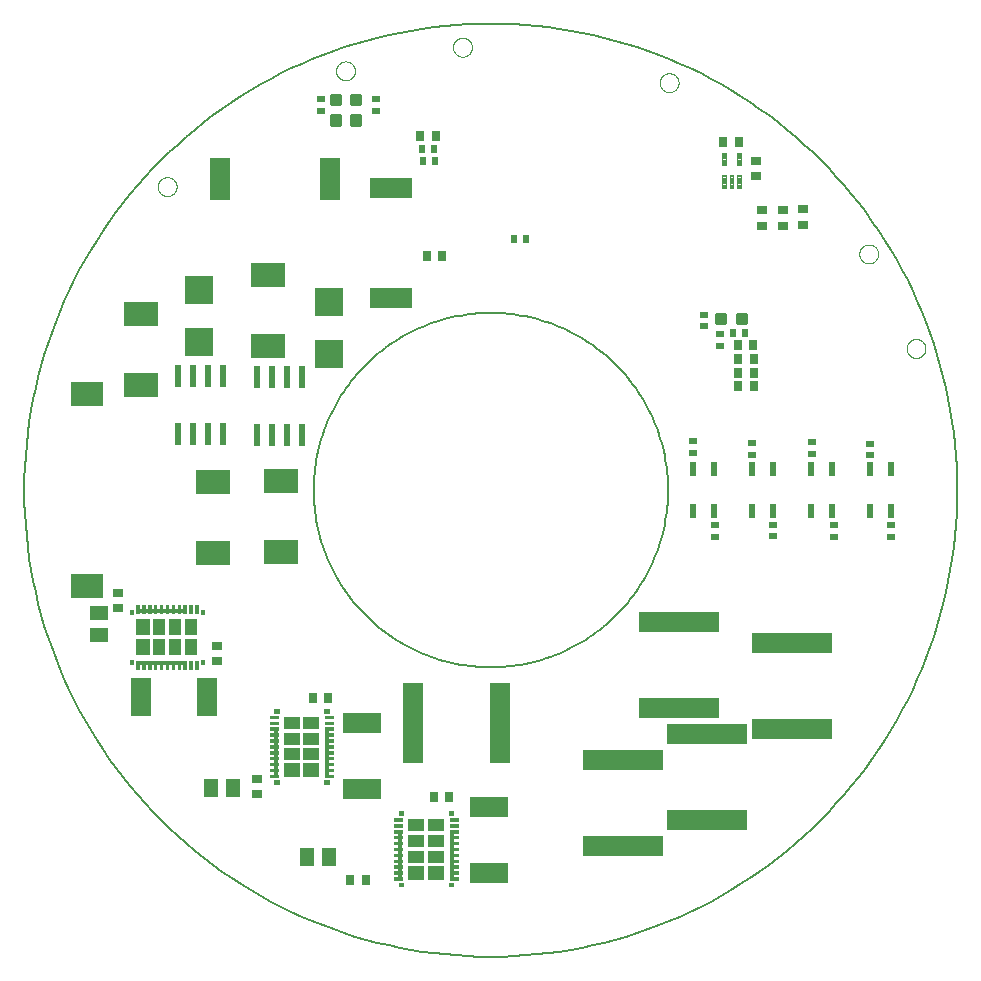
<source format=gtp>
G75*
%MOIN*%
%OFA0B0*%
%FSLAX25Y25*%
%IPPOS*%
%LPD*%
%AMOC8*
5,1,8,0,0,1.08239X$1,22.5*
%
%ADD10C,0.00600*%
%ADD11C,0.00000*%
%ADD12R,0.02200X0.07800*%
%ADD13R,0.11811X0.07874*%
%ADD14R,0.02756X0.03543*%
%ADD15R,0.03543X0.02756*%
%ADD16R,0.09449X0.09449*%
%ADD17C,0.01181*%
%ADD18R,0.02362X0.04724*%
%ADD19R,0.02756X0.02362*%
%ADD20R,0.12598X0.07087*%
%ADD21R,0.02362X0.02756*%
%ADD22R,0.05118X0.05906*%
%ADD23R,0.05906X0.05118*%
%ADD24R,0.07087X0.12598*%
%ADD25R,0.14173X0.07087*%
%ADD26R,0.07087X0.14173*%
%ADD27R,0.05547X0.04457*%
%ADD28R,0.05545X0.04560*%
%ADD29R,0.05546X0.04405*%
%ADD30R,0.05543X0.04303*%
%ADD31R,0.05658X0.04309*%
%ADD32R,0.05646X0.04403*%
%ADD33R,0.05651X0.04490*%
%ADD34R,0.05646X0.04568*%
%ADD35R,0.01517X0.15397*%
%ADD36R,0.01245X0.15414*%
%ADD37C,0.00148*%
%ADD38C,0.00221*%
%ADD39R,0.04457X0.05547*%
%ADD40R,0.04560X0.05545*%
%ADD41R,0.04405X0.05546*%
%ADD42R,0.04303X0.05543*%
%ADD43R,0.04309X0.05658*%
%ADD44R,0.04403X0.05646*%
%ADD45R,0.04490X0.05651*%
%ADD46R,0.04568X0.05646*%
%ADD47R,0.15397X0.01517*%
%ADD48R,0.15414X0.01245*%
%ADD49R,0.11024X0.08268*%
%ADD50C,0.00394*%
%ADD51R,0.07087X0.27165*%
%ADD52R,0.27165X0.07087*%
D10*
X0154843Y0163111D02*
X0154861Y0164560D01*
X0154914Y0166009D01*
X0155003Y0167455D01*
X0155127Y0168899D01*
X0155287Y0170340D01*
X0155482Y0171776D01*
X0155712Y0173207D01*
X0155978Y0174632D01*
X0156278Y0176050D01*
X0156613Y0177460D01*
X0156982Y0178862D01*
X0157386Y0180254D01*
X0157824Y0181635D01*
X0158295Y0183006D01*
X0158800Y0184365D01*
X0159338Y0185710D01*
X0159909Y0187043D01*
X0160513Y0188360D01*
X0161149Y0189663D01*
X0161816Y0190949D01*
X0162515Y0192219D01*
X0163245Y0193471D01*
X0164005Y0194705D01*
X0164796Y0195920D01*
X0165616Y0197115D01*
X0166465Y0198290D01*
X0167342Y0199444D01*
X0168248Y0200575D01*
X0169181Y0201684D01*
X0170141Y0202770D01*
X0171128Y0203832D01*
X0172140Y0204869D01*
X0173177Y0205881D01*
X0174239Y0206868D01*
X0175325Y0207828D01*
X0176434Y0208761D01*
X0177565Y0209667D01*
X0178719Y0210544D01*
X0179894Y0211393D01*
X0181089Y0212213D01*
X0182304Y0213004D01*
X0183538Y0213764D01*
X0184790Y0214494D01*
X0186060Y0215193D01*
X0187346Y0215860D01*
X0188649Y0216496D01*
X0189966Y0217100D01*
X0191299Y0217671D01*
X0192644Y0218209D01*
X0194003Y0218714D01*
X0195374Y0219185D01*
X0196755Y0219623D01*
X0198147Y0220027D01*
X0199549Y0220396D01*
X0200959Y0220731D01*
X0202377Y0221031D01*
X0203802Y0221297D01*
X0205233Y0221527D01*
X0206669Y0221722D01*
X0208110Y0221882D01*
X0209554Y0222006D01*
X0211000Y0222095D01*
X0212449Y0222148D01*
X0213898Y0222166D01*
X0215347Y0222148D01*
X0216796Y0222095D01*
X0218242Y0222006D01*
X0219686Y0221882D01*
X0221127Y0221722D01*
X0222563Y0221527D01*
X0223994Y0221297D01*
X0225419Y0221031D01*
X0226837Y0220731D01*
X0228247Y0220396D01*
X0229649Y0220027D01*
X0231041Y0219623D01*
X0232422Y0219185D01*
X0233793Y0218714D01*
X0235152Y0218209D01*
X0236497Y0217671D01*
X0237830Y0217100D01*
X0239147Y0216496D01*
X0240450Y0215860D01*
X0241736Y0215193D01*
X0243006Y0214494D01*
X0244258Y0213764D01*
X0245492Y0213004D01*
X0246707Y0212213D01*
X0247902Y0211393D01*
X0249077Y0210544D01*
X0250231Y0209667D01*
X0251362Y0208761D01*
X0252471Y0207828D01*
X0253557Y0206868D01*
X0254619Y0205881D01*
X0255656Y0204869D01*
X0256668Y0203832D01*
X0257655Y0202770D01*
X0258615Y0201684D01*
X0259548Y0200575D01*
X0260454Y0199444D01*
X0261331Y0198290D01*
X0262180Y0197115D01*
X0263000Y0195920D01*
X0263791Y0194705D01*
X0264551Y0193471D01*
X0265281Y0192219D01*
X0265980Y0190949D01*
X0266647Y0189663D01*
X0267283Y0188360D01*
X0267887Y0187043D01*
X0268458Y0185710D01*
X0268996Y0184365D01*
X0269501Y0183006D01*
X0269972Y0181635D01*
X0270410Y0180254D01*
X0270814Y0178862D01*
X0271183Y0177460D01*
X0271518Y0176050D01*
X0271818Y0174632D01*
X0272084Y0173207D01*
X0272314Y0171776D01*
X0272509Y0170340D01*
X0272669Y0168899D01*
X0272793Y0167455D01*
X0272882Y0166009D01*
X0272935Y0164560D01*
X0272953Y0163111D01*
X0272935Y0161662D01*
X0272882Y0160213D01*
X0272793Y0158767D01*
X0272669Y0157323D01*
X0272509Y0155882D01*
X0272314Y0154446D01*
X0272084Y0153015D01*
X0271818Y0151590D01*
X0271518Y0150172D01*
X0271183Y0148762D01*
X0270814Y0147360D01*
X0270410Y0145968D01*
X0269972Y0144587D01*
X0269501Y0143216D01*
X0268996Y0141857D01*
X0268458Y0140512D01*
X0267887Y0139179D01*
X0267283Y0137862D01*
X0266647Y0136559D01*
X0265980Y0135273D01*
X0265281Y0134003D01*
X0264551Y0132751D01*
X0263791Y0131517D01*
X0263000Y0130302D01*
X0262180Y0129107D01*
X0261331Y0127932D01*
X0260454Y0126778D01*
X0259548Y0125647D01*
X0258615Y0124538D01*
X0257655Y0123452D01*
X0256668Y0122390D01*
X0255656Y0121353D01*
X0254619Y0120341D01*
X0253557Y0119354D01*
X0252471Y0118394D01*
X0251362Y0117461D01*
X0250231Y0116555D01*
X0249077Y0115678D01*
X0247902Y0114829D01*
X0246707Y0114009D01*
X0245492Y0113218D01*
X0244258Y0112458D01*
X0243006Y0111728D01*
X0241736Y0111029D01*
X0240450Y0110362D01*
X0239147Y0109726D01*
X0237830Y0109122D01*
X0236497Y0108551D01*
X0235152Y0108013D01*
X0233793Y0107508D01*
X0232422Y0107037D01*
X0231041Y0106599D01*
X0229649Y0106195D01*
X0228247Y0105826D01*
X0226837Y0105491D01*
X0225419Y0105191D01*
X0223994Y0104925D01*
X0222563Y0104695D01*
X0221127Y0104500D01*
X0219686Y0104340D01*
X0218242Y0104216D01*
X0216796Y0104127D01*
X0215347Y0104074D01*
X0213898Y0104056D01*
X0212449Y0104074D01*
X0211000Y0104127D01*
X0209554Y0104216D01*
X0208110Y0104340D01*
X0206669Y0104500D01*
X0205233Y0104695D01*
X0203802Y0104925D01*
X0202377Y0105191D01*
X0200959Y0105491D01*
X0199549Y0105826D01*
X0198147Y0106195D01*
X0196755Y0106599D01*
X0195374Y0107037D01*
X0194003Y0107508D01*
X0192644Y0108013D01*
X0191299Y0108551D01*
X0189966Y0109122D01*
X0188649Y0109726D01*
X0187346Y0110362D01*
X0186060Y0111029D01*
X0184790Y0111728D01*
X0183538Y0112458D01*
X0182304Y0113218D01*
X0181089Y0114009D01*
X0179894Y0114829D01*
X0178719Y0115678D01*
X0177565Y0116555D01*
X0176434Y0117461D01*
X0175325Y0118394D01*
X0174239Y0119354D01*
X0173177Y0120341D01*
X0172140Y0121353D01*
X0171128Y0122390D01*
X0170141Y0123452D01*
X0169181Y0124538D01*
X0168248Y0125647D01*
X0167342Y0126778D01*
X0166465Y0127932D01*
X0165616Y0129107D01*
X0164796Y0130302D01*
X0164005Y0131517D01*
X0163245Y0132751D01*
X0162515Y0134003D01*
X0161816Y0135273D01*
X0161149Y0136559D01*
X0160513Y0137862D01*
X0159909Y0139179D01*
X0159338Y0140512D01*
X0158800Y0141857D01*
X0158295Y0143216D01*
X0157824Y0144587D01*
X0157386Y0145968D01*
X0156982Y0147360D01*
X0156613Y0148762D01*
X0156278Y0150172D01*
X0155978Y0151590D01*
X0155712Y0153015D01*
X0155482Y0154446D01*
X0155287Y0155882D01*
X0155127Y0157323D01*
X0155003Y0158767D01*
X0154914Y0160213D01*
X0154861Y0161662D01*
X0154843Y0163111D01*
X0058386Y0163111D02*
X0058433Y0166927D01*
X0058573Y0170742D01*
X0058807Y0174551D01*
X0059135Y0178354D01*
X0059556Y0182147D01*
X0060069Y0185929D01*
X0060676Y0189698D01*
X0061374Y0193450D01*
X0062165Y0197184D01*
X0063046Y0200897D01*
X0064019Y0204588D01*
X0065082Y0208254D01*
X0066235Y0211892D01*
X0067477Y0215501D01*
X0068806Y0219079D01*
X0070224Y0222623D01*
X0071727Y0226131D01*
X0073317Y0229601D01*
X0074991Y0233031D01*
X0076749Y0236419D01*
X0078589Y0239763D01*
X0080511Y0243060D01*
X0082513Y0246310D01*
X0084594Y0249509D01*
X0086754Y0252656D01*
X0088990Y0255749D01*
X0091301Y0258787D01*
X0093686Y0261767D01*
X0096143Y0264687D01*
X0098671Y0267546D01*
X0101269Y0270343D01*
X0103934Y0273075D01*
X0106666Y0275740D01*
X0109463Y0278338D01*
X0112322Y0280866D01*
X0115242Y0283323D01*
X0118222Y0285708D01*
X0121260Y0288019D01*
X0124353Y0290255D01*
X0127500Y0292415D01*
X0130699Y0294496D01*
X0133949Y0296498D01*
X0137246Y0298420D01*
X0140590Y0300260D01*
X0143978Y0302018D01*
X0147408Y0303692D01*
X0150878Y0305282D01*
X0154386Y0306785D01*
X0157930Y0308203D01*
X0161508Y0309532D01*
X0165117Y0310774D01*
X0168755Y0311927D01*
X0172421Y0312990D01*
X0176112Y0313963D01*
X0179825Y0314844D01*
X0183559Y0315635D01*
X0187311Y0316333D01*
X0191080Y0316940D01*
X0194862Y0317453D01*
X0198655Y0317874D01*
X0202458Y0318202D01*
X0206267Y0318436D01*
X0210082Y0318576D01*
X0213898Y0318623D01*
X0217714Y0318576D01*
X0221529Y0318436D01*
X0225338Y0318202D01*
X0229141Y0317874D01*
X0232934Y0317453D01*
X0236716Y0316940D01*
X0240485Y0316333D01*
X0244237Y0315635D01*
X0247971Y0314844D01*
X0251684Y0313963D01*
X0255375Y0312990D01*
X0259041Y0311927D01*
X0262679Y0310774D01*
X0266288Y0309532D01*
X0269866Y0308203D01*
X0273410Y0306785D01*
X0276918Y0305282D01*
X0280388Y0303692D01*
X0283818Y0302018D01*
X0287206Y0300260D01*
X0290550Y0298420D01*
X0293847Y0296498D01*
X0297097Y0294496D01*
X0300296Y0292415D01*
X0303443Y0290255D01*
X0306536Y0288019D01*
X0309574Y0285708D01*
X0312554Y0283323D01*
X0315474Y0280866D01*
X0318333Y0278338D01*
X0321130Y0275740D01*
X0323862Y0273075D01*
X0326527Y0270343D01*
X0329125Y0267546D01*
X0331653Y0264687D01*
X0334110Y0261767D01*
X0336495Y0258787D01*
X0338806Y0255749D01*
X0341042Y0252656D01*
X0343202Y0249509D01*
X0345283Y0246310D01*
X0347285Y0243060D01*
X0349207Y0239763D01*
X0351047Y0236419D01*
X0352805Y0233031D01*
X0354479Y0229601D01*
X0356069Y0226131D01*
X0357572Y0222623D01*
X0358990Y0219079D01*
X0360319Y0215501D01*
X0361561Y0211892D01*
X0362714Y0208254D01*
X0363777Y0204588D01*
X0364750Y0200897D01*
X0365631Y0197184D01*
X0366422Y0193450D01*
X0367120Y0189698D01*
X0367727Y0185929D01*
X0368240Y0182147D01*
X0368661Y0178354D01*
X0368989Y0174551D01*
X0369223Y0170742D01*
X0369363Y0166927D01*
X0369410Y0163111D01*
X0369363Y0159295D01*
X0369223Y0155480D01*
X0368989Y0151671D01*
X0368661Y0147868D01*
X0368240Y0144075D01*
X0367727Y0140293D01*
X0367120Y0136524D01*
X0366422Y0132772D01*
X0365631Y0129038D01*
X0364750Y0125325D01*
X0363777Y0121634D01*
X0362714Y0117968D01*
X0361561Y0114330D01*
X0360319Y0110721D01*
X0358990Y0107143D01*
X0357572Y0103599D01*
X0356069Y0100091D01*
X0354479Y0096621D01*
X0352805Y0093191D01*
X0351047Y0089803D01*
X0349207Y0086459D01*
X0347285Y0083162D01*
X0345283Y0079912D01*
X0343202Y0076713D01*
X0341042Y0073566D01*
X0338806Y0070473D01*
X0336495Y0067435D01*
X0334110Y0064455D01*
X0331653Y0061535D01*
X0329125Y0058676D01*
X0326527Y0055879D01*
X0323862Y0053147D01*
X0321130Y0050482D01*
X0318333Y0047884D01*
X0315474Y0045356D01*
X0312554Y0042899D01*
X0309574Y0040514D01*
X0306536Y0038203D01*
X0303443Y0035967D01*
X0300296Y0033807D01*
X0297097Y0031726D01*
X0293847Y0029724D01*
X0290550Y0027802D01*
X0287206Y0025962D01*
X0283818Y0024204D01*
X0280388Y0022530D01*
X0276918Y0020940D01*
X0273410Y0019437D01*
X0269866Y0018019D01*
X0266288Y0016690D01*
X0262679Y0015448D01*
X0259041Y0014295D01*
X0255375Y0013232D01*
X0251684Y0012259D01*
X0247971Y0011378D01*
X0244237Y0010587D01*
X0240485Y0009889D01*
X0236716Y0009282D01*
X0232934Y0008769D01*
X0229141Y0008348D01*
X0225338Y0008020D01*
X0221529Y0007786D01*
X0217714Y0007646D01*
X0213898Y0007599D01*
X0210082Y0007646D01*
X0206267Y0007786D01*
X0202458Y0008020D01*
X0198655Y0008348D01*
X0194862Y0008769D01*
X0191080Y0009282D01*
X0187311Y0009889D01*
X0183559Y0010587D01*
X0179825Y0011378D01*
X0176112Y0012259D01*
X0172421Y0013232D01*
X0168755Y0014295D01*
X0165117Y0015448D01*
X0161508Y0016690D01*
X0157930Y0018019D01*
X0154386Y0019437D01*
X0150878Y0020940D01*
X0147408Y0022530D01*
X0143978Y0024204D01*
X0140590Y0025962D01*
X0137246Y0027802D01*
X0133949Y0029724D01*
X0130699Y0031726D01*
X0127500Y0033807D01*
X0124353Y0035967D01*
X0121260Y0038203D01*
X0118222Y0040514D01*
X0115242Y0042899D01*
X0112322Y0045356D01*
X0109463Y0047884D01*
X0106666Y0050482D01*
X0103934Y0053147D01*
X0101269Y0055879D01*
X0098671Y0058676D01*
X0096143Y0061535D01*
X0093686Y0064455D01*
X0091301Y0067435D01*
X0088990Y0070473D01*
X0086754Y0073566D01*
X0084594Y0076713D01*
X0082513Y0079912D01*
X0080511Y0083162D01*
X0078589Y0086459D01*
X0076749Y0089803D01*
X0074991Y0093191D01*
X0073317Y0096621D01*
X0071727Y0100091D01*
X0070224Y0103599D01*
X0068806Y0107143D01*
X0067477Y0110721D01*
X0066235Y0114330D01*
X0065082Y0117968D01*
X0064019Y0121634D01*
X0063046Y0125325D01*
X0062165Y0129038D01*
X0061374Y0132772D01*
X0060676Y0136524D01*
X0060069Y0140293D01*
X0059556Y0144075D01*
X0059135Y0147868D01*
X0058807Y0151671D01*
X0058573Y0155480D01*
X0058433Y0159295D01*
X0058386Y0163111D01*
D11*
X0102874Y0264292D02*
X0102876Y0264404D01*
X0102882Y0264515D01*
X0102892Y0264627D01*
X0102906Y0264738D01*
X0102923Y0264848D01*
X0102945Y0264958D01*
X0102971Y0265067D01*
X0103000Y0265175D01*
X0103033Y0265281D01*
X0103070Y0265387D01*
X0103111Y0265491D01*
X0103156Y0265594D01*
X0103204Y0265695D01*
X0103255Y0265794D01*
X0103310Y0265891D01*
X0103369Y0265986D01*
X0103430Y0266080D01*
X0103495Y0266171D01*
X0103564Y0266259D01*
X0103635Y0266345D01*
X0103709Y0266429D01*
X0103787Y0266509D01*
X0103867Y0266587D01*
X0103950Y0266663D01*
X0104035Y0266735D01*
X0104123Y0266804D01*
X0104213Y0266870D01*
X0104306Y0266932D01*
X0104401Y0266992D01*
X0104498Y0267048D01*
X0104596Y0267100D01*
X0104697Y0267149D01*
X0104799Y0267194D01*
X0104903Y0267236D01*
X0105008Y0267274D01*
X0105115Y0267308D01*
X0105222Y0267338D01*
X0105331Y0267365D01*
X0105440Y0267387D01*
X0105551Y0267406D01*
X0105661Y0267421D01*
X0105773Y0267432D01*
X0105884Y0267439D01*
X0105996Y0267442D01*
X0106108Y0267441D01*
X0106220Y0267436D01*
X0106331Y0267427D01*
X0106442Y0267414D01*
X0106553Y0267397D01*
X0106663Y0267377D01*
X0106772Y0267352D01*
X0106880Y0267324D01*
X0106987Y0267291D01*
X0107093Y0267255D01*
X0107197Y0267215D01*
X0107300Y0267172D01*
X0107402Y0267125D01*
X0107501Y0267074D01*
X0107599Y0267020D01*
X0107695Y0266962D01*
X0107789Y0266901D01*
X0107880Y0266837D01*
X0107969Y0266770D01*
X0108056Y0266699D01*
X0108140Y0266625D01*
X0108222Y0266549D01*
X0108300Y0266469D01*
X0108376Y0266387D01*
X0108449Y0266302D01*
X0108519Y0266215D01*
X0108585Y0266125D01*
X0108649Y0266033D01*
X0108709Y0265939D01*
X0108766Y0265843D01*
X0108819Y0265744D01*
X0108869Y0265644D01*
X0108915Y0265543D01*
X0108958Y0265439D01*
X0108997Y0265334D01*
X0109032Y0265228D01*
X0109063Y0265121D01*
X0109091Y0265012D01*
X0109114Y0264903D01*
X0109134Y0264793D01*
X0109150Y0264682D01*
X0109162Y0264571D01*
X0109170Y0264460D01*
X0109174Y0264348D01*
X0109174Y0264236D01*
X0109170Y0264124D01*
X0109162Y0264013D01*
X0109150Y0263902D01*
X0109134Y0263791D01*
X0109114Y0263681D01*
X0109091Y0263572D01*
X0109063Y0263463D01*
X0109032Y0263356D01*
X0108997Y0263250D01*
X0108958Y0263145D01*
X0108915Y0263041D01*
X0108869Y0262940D01*
X0108819Y0262840D01*
X0108766Y0262741D01*
X0108709Y0262645D01*
X0108649Y0262551D01*
X0108585Y0262459D01*
X0108519Y0262369D01*
X0108449Y0262282D01*
X0108376Y0262197D01*
X0108300Y0262115D01*
X0108222Y0262035D01*
X0108140Y0261959D01*
X0108056Y0261885D01*
X0107969Y0261814D01*
X0107880Y0261747D01*
X0107789Y0261683D01*
X0107695Y0261622D01*
X0107599Y0261564D01*
X0107501Y0261510D01*
X0107402Y0261459D01*
X0107300Y0261412D01*
X0107197Y0261369D01*
X0107093Y0261329D01*
X0106987Y0261293D01*
X0106880Y0261260D01*
X0106772Y0261232D01*
X0106663Y0261207D01*
X0106553Y0261187D01*
X0106442Y0261170D01*
X0106331Y0261157D01*
X0106220Y0261148D01*
X0106108Y0261143D01*
X0105996Y0261142D01*
X0105884Y0261145D01*
X0105773Y0261152D01*
X0105661Y0261163D01*
X0105551Y0261178D01*
X0105440Y0261197D01*
X0105331Y0261219D01*
X0105222Y0261246D01*
X0105115Y0261276D01*
X0105008Y0261310D01*
X0104903Y0261348D01*
X0104799Y0261390D01*
X0104697Y0261435D01*
X0104596Y0261484D01*
X0104498Y0261536D01*
X0104401Y0261592D01*
X0104306Y0261652D01*
X0104213Y0261714D01*
X0104123Y0261780D01*
X0104035Y0261849D01*
X0103950Y0261921D01*
X0103867Y0261997D01*
X0103787Y0262075D01*
X0103709Y0262155D01*
X0103635Y0262239D01*
X0103564Y0262325D01*
X0103495Y0262413D01*
X0103430Y0262504D01*
X0103369Y0262598D01*
X0103310Y0262693D01*
X0103255Y0262790D01*
X0103204Y0262889D01*
X0103156Y0262990D01*
X0103111Y0263093D01*
X0103070Y0263197D01*
X0103033Y0263303D01*
X0103000Y0263409D01*
X0102971Y0263517D01*
X0102945Y0263626D01*
X0102923Y0263736D01*
X0102906Y0263846D01*
X0102892Y0263957D01*
X0102882Y0264069D01*
X0102876Y0264180D01*
X0102874Y0264292D01*
X0162323Y0302875D02*
X0162325Y0302987D01*
X0162331Y0303098D01*
X0162341Y0303210D01*
X0162355Y0303321D01*
X0162372Y0303431D01*
X0162394Y0303541D01*
X0162420Y0303650D01*
X0162449Y0303758D01*
X0162482Y0303864D01*
X0162519Y0303970D01*
X0162560Y0304074D01*
X0162605Y0304177D01*
X0162653Y0304278D01*
X0162704Y0304377D01*
X0162759Y0304474D01*
X0162818Y0304569D01*
X0162879Y0304663D01*
X0162944Y0304754D01*
X0163013Y0304842D01*
X0163084Y0304928D01*
X0163158Y0305012D01*
X0163236Y0305092D01*
X0163316Y0305170D01*
X0163399Y0305246D01*
X0163484Y0305318D01*
X0163572Y0305387D01*
X0163662Y0305453D01*
X0163755Y0305515D01*
X0163850Y0305575D01*
X0163947Y0305631D01*
X0164045Y0305683D01*
X0164146Y0305732D01*
X0164248Y0305777D01*
X0164352Y0305819D01*
X0164457Y0305857D01*
X0164564Y0305891D01*
X0164671Y0305921D01*
X0164780Y0305948D01*
X0164889Y0305970D01*
X0165000Y0305989D01*
X0165110Y0306004D01*
X0165222Y0306015D01*
X0165333Y0306022D01*
X0165445Y0306025D01*
X0165557Y0306024D01*
X0165669Y0306019D01*
X0165780Y0306010D01*
X0165891Y0305997D01*
X0166002Y0305980D01*
X0166112Y0305960D01*
X0166221Y0305935D01*
X0166329Y0305907D01*
X0166436Y0305874D01*
X0166542Y0305838D01*
X0166646Y0305798D01*
X0166749Y0305755D01*
X0166851Y0305708D01*
X0166950Y0305657D01*
X0167048Y0305603D01*
X0167144Y0305545D01*
X0167238Y0305484D01*
X0167329Y0305420D01*
X0167418Y0305353D01*
X0167505Y0305282D01*
X0167589Y0305208D01*
X0167671Y0305132D01*
X0167749Y0305052D01*
X0167825Y0304970D01*
X0167898Y0304885D01*
X0167968Y0304798D01*
X0168034Y0304708D01*
X0168098Y0304616D01*
X0168158Y0304522D01*
X0168215Y0304426D01*
X0168268Y0304327D01*
X0168318Y0304227D01*
X0168364Y0304126D01*
X0168407Y0304022D01*
X0168446Y0303917D01*
X0168481Y0303811D01*
X0168512Y0303704D01*
X0168540Y0303595D01*
X0168563Y0303486D01*
X0168583Y0303376D01*
X0168599Y0303265D01*
X0168611Y0303154D01*
X0168619Y0303043D01*
X0168623Y0302931D01*
X0168623Y0302819D01*
X0168619Y0302707D01*
X0168611Y0302596D01*
X0168599Y0302485D01*
X0168583Y0302374D01*
X0168563Y0302264D01*
X0168540Y0302155D01*
X0168512Y0302046D01*
X0168481Y0301939D01*
X0168446Y0301833D01*
X0168407Y0301728D01*
X0168364Y0301624D01*
X0168318Y0301523D01*
X0168268Y0301423D01*
X0168215Y0301324D01*
X0168158Y0301228D01*
X0168098Y0301134D01*
X0168034Y0301042D01*
X0167968Y0300952D01*
X0167898Y0300865D01*
X0167825Y0300780D01*
X0167749Y0300698D01*
X0167671Y0300618D01*
X0167589Y0300542D01*
X0167505Y0300468D01*
X0167418Y0300397D01*
X0167329Y0300330D01*
X0167238Y0300266D01*
X0167144Y0300205D01*
X0167048Y0300147D01*
X0166950Y0300093D01*
X0166851Y0300042D01*
X0166749Y0299995D01*
X0166646Y0299952D01*
X0166542Y0299912D01*
X0166436Y0299876D01*
X0166329Y0299843D01*
X0166221Y0299815D01*
X0166112Y0299790D01*
X0166002Y0299770D01*
X0165891Y0299753D01*
X0165780Y0299740D01*
X0165669Y0299731D01*
X0165557Y0299726D01*
X0165445Y0299725D01*
X0165333Y0299728D01*
X0165222Y0299735D01*
X0165110Y0299746D01*
X0165000Y0299761D01*
X0164889Y0299780D01*
X0164780Y0299802D01*
X0164671Y0299829D01*
X0164564Y0299859D01*
X0164457Y0299893D01*
X0164352Y0299931D01*
X0164248Y0299973D01*
X0164146Y0300018D01*
X0164045Y0300067D01*
X0163947Y0300119D01*
X0163850Y0300175D01*
X0163755Y0300235D01*
X0163662Y0300297D01*
X0163572Y0300363D01*
X0163484Y0300432D01*
X0163399Y0300504D01*
X0163316Y0300580D01*
X0163236Y0300658D01*
X0163158Y0300738D01*
X0163084Y0300822D01*
X0163013Y0300908D01*
X0162944Y0300996D01*
X0162879Y0301087D01*
X0162818Y0301181D01*
X0162759Y0301276D01*
X0162704Y0301373D01*
X0162653Y0301472D01*
X0162605Y0301573D01*
X0162560Y0301676D01*
X0162519Y0301780D01*
X0162482Y0301886D01*
X0162449Y0301992D01*
X0162420Y0302100D01*
X0162394Y0302209D01*
X0162372Y0302319D01*
X0162355Y0302429D01*
X0162341Y0302540D01*
X0162331Y0302652D01*
X0162325Y0302763D01*
X0162323Y0302875D01*
X0201300Y0310749D02*
X0201302Y0310861D01*
X0201308Y0310972D01*
X0201318Y0311084D01*
X0201332Y0311195D01*
X0201349Y0311305D01*
X0201371Y0311415D01*
X0201397Y0311524D01*
X0201426Y0311632D01*
X0201459Y0311738D01*
X0201496Y0311844D01*
X0201537Y0311948D01*
X0201582Y0312051D01*
X0201630Y0312152D01*
X0201681Y0312251D01*
X0201736Y0312348D01*
X0201795Y0312443D01*
X0201856Y0312537D01*
X0201921Y0312628D01*
X0201990Y0312716D01*
X0202061Y0312802D01*
X0202135Y0312886D01*
X0202213Y0312966D01*
X0202293Y0313044D01*
X0202376Y0313120D01*
X0202461Y0313192D01*
X0202549Y0313261D01*
X0202639Y0313327D01*
X0202732Y0313389D01*
X0202827Y0313449D01*
X0202924Y0313505D01*
X0203022Y0313557D01*
X0203123Y0313606D01*
X0203225Y0313651D01*
X0203329Y0313693D01*
X0203434Y0313731D01*
X0203541Y0313765D01*
X0203648Y0313795D01*
X0203757Y0313822D01*
X0203866Y0313844D01*
X0203977Y0313863D01*
X0204087Y0313878D01*
X0204199Y0313889D01*
X0204310Y0313896D01*
X0204422Y0313899D01*
X0204534Y0313898D01*
X0204646Y0313893D01*
X0204757Y0313884D01*
X0204868Y0313871D01*
X0204979Y0313854D01*
X0205089Y0313834D01*
X0205198Y0313809D01*
X0205306Y0313781D01*
X0205413Y0313748D01*
X0205519Y0313712D01*
X0205623Y0313672D01*
X0205726Y0313629D01*
X0205828Y0313582D01*
X0205927Y0313531D01*
X0206025Y0313477D01*
X0206121Y0313419D01*
X0206215Y0313358D01*
X0206306Y0313294D01*
X0206395Y0313227D01*
X0206482Y0313156D01*
X0206566Y0313082D01*
X0206648Y0313006D01*
X0206726Y0312926D01*
X0206802Y0312844D01*
X0206875Y0312759D01*
X0206945Y0312672D01*
X0207011Y0312582D01*
X0207075Y0312490D01*
X0207135Y0312396D01*
X0207192Y0312300D01*
X0207245Y0312201D01*
X0207295Y0312101D01*
X0207341Y0312000D01*
X0207384Y0311896D01*
X0207423Y0311791D01*
X0207458Y0311685D01*
X0207489Y0311578D01*
X0207517Y0311469D01*
X0207540Y0311360D01*
X0207560Y0311250D01*
X0207576Y0311139D01*
X0207588Y0311028D01*
X0207596Y0310917D01*
X0207600Y0310805D01*
X0207600Y0310693D01*
X0207596Y0310581D01*
X0207588Y0310470D01*
X0207576Y0310359D01*
X0207560Y0310248D01*
X0207540Y0310138D01*
X0207517Y0310029D01*
X0207489Y0309920D01*
X0207458Y0309813D01*
X0207423Y0309707D01*
X0207384Y0309602D01*
X0207341Y0309498D01*
X0207295Y0309397D01*
X0207245Y0309297D01*
X0207192Y0309198D01*
X0207135Y0309102D01*
X0207075Y0309008D01*
X0207011Y0308916D01*
X0206945Y0308826D01*
X0206875Y0308739D01*
X0206802Y0308654D01*
X0206726Y0308572D01*
X0206648Y0308492D01*
X0206566Y0308416D01*
X0206482Y0308342D01*
X0206395Y0308271D01*
X0206306Y0308204D01*
X0206215Y0308140D01*
X0206121Y0308079D01*
X0206025Y0308021D01*
X0205927Y0307967D01*
X0205828Y0307916D01*
X0205726Y0307869D01*
X0205623Y0307826D01*
X0205519Y0307786D01*
X0205413Y0307750D01*
X0205306Y0307717D01*
X0205198Y0307689D01*
X0205089Y0307664D01*
X0204979Y0307644D01*
X0204868Y0307627D01*
X0204757Y0307614D01*
X0204646Y0307605D01*
X0204534Y0307600D01*
X0204422Y0307599D01*
X0204310Y0307602D01*
X0204199Y0307609D01*
X0204087Y0307620D01*
X0203977Y0307635D01*
X0203866Y0307654D01*
X0203757Y0307676D01*
X0203648Y0307703D01*
X0203541Y0307733D01*
X0203434Y0307767D01*
X0203329Y0307805D01*
X0203225Y0307847D01*
X0203123Y0307892D01*
X0203022Y0307941D01*
X0202924Y0307993D01*
X0202827Y0308049D01*
X0202732Y0308109D01*
X0202639Y0308171D01*
X0202549Y0308237D01*
X0202461Y0308306D01*
X0202376Y0308378D01*
X0202293Y0308454D01*
X0202213Y0308532D01*
X0202135Y0308612D01*
X0202061Y0308696D01*
X0201990Y0308782D01*
X0201921Y0308870D01*
X0201856Y0308961D01*
X0201795Y0309055D01*
X0201736Y0309150D01*
X0201681Y0309247D01*
X0201630Y0309346D01*
X0201582Y0309447D01*
X0201537Y0309550D01*
X0201496Y0309654D01*
X0201459Y0309760D01*
X0201426Y0309866D01*
X0201397Y0309974D01*
X0201371Y0310083D01*
X0201349Y0310193D01*
X0201332Y0310303D01*
X0201318Y0310414D01*
X0201308Y0310526D01*
X0201302Y0310637D01*
X0201300Y0310749D01*
X0270197Y0298938D02*
X0270199Y0299050D01*
X0270205Y0299161D01*
X0270215Y0299273D01*
X0270229Y0299384D01*
X0270246Y0299494D01*
X0270268Y0299604D01*
X0270294Y0299713D01*
X0270323Y0299821D01*
X0270356Y0299927D01*
X0270393Y0300033D01*
X0270434Y0300137D01*
X0270479Y0300240D01*
X0270527Y0300341D01*
X0270578Y0300440D01*
X0270633Y0300537D01*
X0270692Y0300632D01*
X0270753Y0300726D01*
X0270818Y0300817D01*
X0270887Y0300905D01*
X0270958Y0300991D01*
X0271032Y0301075D01*
X0271110Y0301155D01*
X0271190Y0301233D01*
X0271273Y0301309D01*
X0271358Y0301381D01*
X0271446Y0301450D01*
X0271536Y0301516D01*
X0271629Y0301578D01*
X0271724Y0301638D01*
X0271821Y0301694D01*
X0271919Y0301746D01*
X0272020Y0301795D01*
X0272122Y0301840D01*
X0272226Y0301882D01*
X0272331Y0301920D01*
X0272438Y0301954D01*
X0272545Y0301984D01*
X0272654Y0302011D01*
X0272763Y0302033D01*
X0272874Y0302052D01*
X0272984Y0302067D01*
X0273096Y0302078D01*
X0273207Y0302085D01*
X0273319Y0302088D01*
X0273431Y0302087D01*
X0273543Y0302082D01*
X0273654Y0302073D01*
X0273765Y0302060D01*
X0273876Y0302043D01*
X0273986Y0302023D01*
X0274095Y0301998D01*
X0274203Y0301970D01*
X0274310Y0301937D01*
X0274416Y0301901D01*
X0274520Y0301861D01*
X0274623Y0301818D01*
X0274725Y0301771D01*
X0274824Y0301720D01*
X0274922Y0301666D01*
X0275018Y0301608D01*
X0275112Y0301547D01*
X0275203Y0301483D01*
X0275292Y0301416D01*
X0275379Y0301345D01*
X0275463Y0301271D01*
X0275545Y0301195D01*
X0275623Y0301115D01*
X0275699Y0301033D01*
X0275772Y0300948D01*
X0275842Y0300861D01*
X0275908Y0300771D01*
X0275972Y0300679D01*
X0276032Y0300585D01*
X0276089Y0300489D01*
X0276142Y0300390D01*
X0276192Y0300290D01*
X0276238Y0300189D01*
X0276281Y0300085D01*
X0276320Y0299980D01*
X0276355Y0299874D01*
X0276386Y0299767D01*
X0276414Y0299658D01*
X0276437Y0299549D01*
X0276457Y0299439D01*
X0276473Y0299328D01*
X0276485Y0299217D01*
X0276493Y0299106D01*
X0276497Y0298994D01*
X0276497Y0298882D01*
X0276493Y0298770D01*
X0276485Y0298659D01*
X0276473Y0298548D01*
X0276457Y0298437D01*
X0276437Y0298327D01*
X0276414Y0298218D01*
X0276386Y0298109D01*
X0276355Y0298002D01*
X0276320Y0297896D01*
X0276281Y0297791D01*
X0276238Y0297687D01*
X0276192Y0297586D01*
X0276142Y0297486D01*
X0276089Y0297387D01*
X0276032Y0297291D01*
X0275972Y0297197D01*
X0275908Y0297105D01*
X0275842Y0297015D01*
X0275772Y0296928D01*
X0275699Y0296843D01*
X0275623Y0296761D01*
X0275545Y0296681D01*
X0275463Y0296605D01*
X0275379Y0296531D01*
X0275292Y0296460D01*
X0275203Y0296393D01*
X0275112Y0296329D01*
X0275018Y0296268D01*
X0274922Y0296210D01*
X0274824Y0296156D01*
X0274725Y0296105D01*
X0274623Y0296058D01*
X0274520Y0296015D01*
X0274416Y0295975D01*
X0274310Y0295939D01*
X0274203Y0295906D01*
X0274095Y0295878D01*
X0273986Y0295853D01*
X0273876Y0295833D01*
X0273765Y0295816D01*
X0273654Y0295803D01*
X0273543Y0295794D01*
X0273431Y0295789D01*
X0273319Y0295788D01*
X0273207Y0295791D01*
X0273096Y0295798D01*
X0272984Y0295809D01*
X0272874Y0295824D01*
X0272763Y0295843D01*
X0272654Y0295865D01*
X0272545Y0295892D01*
X0272438Y0295922D01*
X0272331Y0295956D01*
X0272226Y0295994D01*
X0272122Y0296036D01*
X0272020Y0296081D01*
X0271919Y0296130D01*
X0271821Y0296182D01*
X0271724Y0296238D01*
X0271629Y0296298D01*
X0271536Y0296360D01*
X0271446Y0296426D01*
X0271358Y0296495D01*
X0271273Y0296567D01*
X0271190Y0296643D01*
X0271110Y0296721D01*
X0271032Y0296801D01*
X0270958Y0296885D01*
X0270887Y0296971D01*
X0270818Y0297059D01*
X0270753Y0297150D01*
X0270692Y0297244D01*
X0270633Y0297339D01*
X0270578Y0297436D01*
X0270527Y0297535D01*
X0270479Y0297636D01*
X0270434Y0297739D01*
X0270393Y0297843D01*
X0270356Y0297949D01*
X0270323Y0298055D01*
X0270294Y0298163D01*
X0270268Y0298272D01*
X0270246Y0298382D01*
X0270229Y0298492D01*
X0270215Y0298603D01*
X0270205Y0298715D01*
X0270199Y0298826D01*
X0270197Y0298938D01*
X0336733Y0241851D02*
X0336735Y0241963D01*
X0336741Y0242074D01*
X0336751Y0242186D01*
X0336765Y0242297D01*
X0336782Y0242407D01*
X0336804Y0242517D01*
X0336830Y0242626D01*
X0336859Y0242734D01*
X0336892Y0242840D01*
X0336929Y0242946D01*
X0336970Y0243050D01*
X0337015Y0243153D01*
X0337063Y0243254D01*
X0337114Y0243353D01*
X0337169Y0243450D01*
X0337228Y0243545D01*
X0337289Y0243639D01*
X0337354Y0243730D01*
X0337423Y0243818D01*
X0337494Y0243904D01*
X0337568Y0243988D01*
X0337646Y0244068D01*
X0337726Y0244146D01*
X0337809Y0244222D01*
X0337894Y0244294D01*
X0337982Y0244363D01*
X0338072Y0244429D01*
X0338165Y0244491D01*
X0338260Y0244551D01*
X0338357Y0244607D01*
X0338455Y0244659D01*
X0338556Y0244708D01*
X0338658Y0244753D01*
X0338762Y0244795D01*
X0338867Y0244833D01*
X0338974Y0244867D01*
X0339081Y0244897D01*
X0339190Y0244924D01*
X0339299Y0244946D01*
X0339410Y0244965D01*
X0339520Y0244980D01*
X0339632Y0244991D01*
X0339743Y0244998D01*
X0339855Y0245001D01*
X0339967Y0245000D01*
X0340079Y0244995D01*
X0340190Y0244986D01*
X0340301Y0244973D01*
X0340412Y0244956D01*
X0340522Y0244936D01*
X0340631Y0244911D01*
X0340739Y0244883D01*
X0340846Y0244850D01*
X0340952Y0244814D01*
X0341056Y0244774D01*
X0341159Y0244731D01*
X0341261Y0244684D01*
X0341360Y0244633D01*
X0341458Y0244579D01*
X0341554Y0244521D01*
X0341648Y0244460D01*
X0341739Y0244396D01*
X0341828Y0244329D01*
X0341915Y0244258D01*
X0341999Y0244184D01*
X0342081Y0244108D01*
X0342159Y0244028D01*
X0342235Y0243946D01*
X0342308Y0243861D01*
X0342378Y0243774D01*
X0342444Y0243684D01*
X0342508Y0243592D01*
X0342568Y0243498D01*
X0342625Y0243402D01*
X0342678Y0243303D01*
X0342728Y0243203D01*
X0342774Y0243102D01*
X0342817Y0242998D01*
X0342856Y0242893D01*
X0342891Y0242787D01*
X0342922Y0242680D01*
X0342950Y0242571D01*
X0342973Y0242462D01*
X0342993Y0242352D01*
X0343009Y0242241D01*
X0343021Y0242130D01*
X0343029Y0242019D01*
X0343033Y0241907D01*
X0343033Y0241795D01*
X0343029Y0241683D01*
X0343021Y0241572D01*
X0343009Y0241461D01*
X0342993Y0241350D01*
X0342973Y0241240D01*
X0342950Y0241131D01*
X0342922Y0241022D01*
X0342891Y0240915D01*
X0342856Y0240809D01*
X0342817Y0240704D01*
X0342774Y0240600D01*
X0342728Y0240499D01*
X0342678Y0240399D01*
X0342625Y0240300D01*
X0342568Y0240204D01*
X0342508Y0240110D01*
X0342444Y0240018D01*
X0342378Y0239928D01*
X0342308Y0239841D01*
X0342235Y0239756D01*
X0342159Y0239674D01*
X0342081Y0239594D01*
X0341999Y0239518D01*
X0341915Y0239444D01*
X0341828Y0239373D01*
X0341739Y0239306D01*
X0341648Y0239242D01*
X0341554Y0239181D01*
X0341458Y0239123D01*
X0341360Y0239069D01*
X0341261Y0239018D01*
X0341159Y0238971D01*
X0341056Y0238928D01*
X0340952Y0238888D01*
X0340846Y0238852D01*
X0340739Y0238819D01*
X0340631Y0238791D01*
X0340522Y0238766D01*
X0340412Y0238746D01*
X0340301Y0238729D01*
X0340190Y0238716D01*
X0340079Y0238707D01*
X0339967Y0238702D01*
X0339855Y0238701D01*
X0339743Y0238704D01*
X0339632Y0238711D01*
X0339520Y0238722D01*
X0339410Y0238737D01*
X0339299Y0238756D01*
X0339190Y0238778D01*
X0339081Y0238805D01*
X0338974Y0238835D01*
X0338867Y0238869D01*
X0338762Y0238907D01*
X0338658Y0238949D01*
X0338556Y0238994D01*
X0338455Y0239043D01*
X0338357Y0239095D01*
X0338260Y0239151D01*
X0338165Y0239211D01*
X0338072Y0239273D01*
X0337982Y0239339D01*
X0337894Y0239408D01*
X0337809Y0239480D01*
X0337726Y0239556D01*
X0337646Y0239634D01*
X0337568Y0239714D01*
X0337494Y0239798D01*
X0337423Y0239884D01*
X0337354Y0239972D01*
X0337289Y0240063D01*
X0337228Y0240157D01*
X0337169Y0240252D01*
X0337114Y0240349D01*
X0337063Y0240448D01*
X0337015Y0240549D01*
X0336970Y0240652D01*
X0336929Y0240756D01*
X0336892Y0240862D01*
X0336859Y0240968D01*
X0336830Y0241076D01*
X0336804Y0241185D01*
X0336782Y0241295D01*
X0336765Y0241405D01*
X0336751Y0241516D01*
X0336741Y0241628D01*
X0336735Y0241739D01*
X0336733Y0241851D01*
X0352481Y0210355D02*
X0352483Y0210467D01*
X0352489Y0210578D01*
X0352499Y0210690D01*
X0352513Y0210801D01*
X0352530Y0210911D01*
X0352552Y0211021D01*
X0352578Y0211130D01*
X0352607Y0211238D01*
X0352640Y0211344D01*
X0352677Y0211450D01*
X0352718Y0211554D01*
X0352763Y0211657D01*
X0352811Y0211758D01*
X0352862Y0211857D01*
X0352917Y0211954D01*
X0352976Y0212049D01*
X0353037Y0212143D01*
X0353102Y0212234D01*
X0353171Y0212322D01*
X0353242Y0212408D01*
X0353316Y0212492D01*
X0353394Y0212572D01*
X0353474Y0212650D01*
X0353557Y0212726D01*
X0353642Y0212798D01*
X0353730Y0212867D01*
X0353820Y0212933D01*
X0353913Y0212995D01*
X0354008Y0213055D01*
X0354105Y0213111D01*
X0354203Y0213163D01*
X0354304Y0213212D01*
X0354406Y0213257D01*
X0354510Y0213299D01*
X0354615Y0213337D01*
X0354722Y0213371D01*
X0354829Y0213401D01*
X0354938Y0213428D01*
X0355047Y0213450D01*
X0355158Y0213469D01*
X0355268Y0213484D01*
X0355380Y0213495D01*
X0355491Y0213502D01*
X0355603Y0213505D01*
X0355715Y0213504D01*
X0355827Y0213499D01*
X0355938Y0213490D01*
X0356049Y0213477D01*
X0356160Y0213460D01*
X0356270Y0213440D01*
X0356379Y0213415D01*
X0356487Y0213387D01*
X0356594Y0213354D01*
X0356700Y0213318D01*
X0356804Y0213278D01*
X0356907Y0213235D01*
X0357009Y0213188D01*
X0357108Y0213137D01*
X0357206Y0213083D01*
X0357302Y0213025D01*
X0357396Y0212964D01*
X0357487Y0212900D01*
X0357576Y0212833D01*
X0357663Y0212762D01*
X0357747Y0212688D01*
X0357829Y0212612D01*
X0357907Y0212532D01*
X0357983Y0212450D01*
X0358056Y0212365D01*
X0358126Y0212278D01*
X0358192Y0212188D01*
X0358256Y0212096D01*
X0358316Y0212002D01*
X0358373Y0211906D01*
X0358426Y0211807D01*
X0358476Y0211707D01*
X0358522Y0211606D01*
X0358565Y0211502D01*
X0358604Y0211397D01*
X0358639Y0211291D01*
X0358670Y0211184D01*
X0358698Y0211075D01*
X0358721Y0210966D01*
X0358741Y0210856D01*
X0358757Y0210745D01*
X0358769Y0210634D01*
X0358777Y0210523D01*
X0358781Y0210411D01*
X0358781Y0210299D01*
X0358777Y0210187D01*
X0358769Y0210076D01*
X0358757Y0209965D01*
X0358741Y0209854D01*
X0358721Y0209744D01*
X0358698Y0209635D01*
X0358670Y0209526D01*
X0358639Y0209419D01*
X0358604Y0209313D01*
X0358565Y0209208D01*
X0358522Y0209104D01*
X0358476Y0209003D01*
X0358426Y0208903D01*
X0358373Y0208804D01*
X0358316Y0208708D01*
X0358256Y0208614D01*
X0358192Y0208522D01*
X0358126Y0208432D01*
X0358056Y0208345D01*
X0357983Y0208260D01*
X0357907Y0208178D01*
X0357829Y0208098D01*
X0357747Y0208022D01*
X0357663Y0207948D01*
X0357576Y0207877D01*
X0357487Y0207810D01*
X0357396Y0207746D01*
X0357302Y0207685D01*
X0357206Y0207627D01*
X0357108Y0207573D01*
X0357009Y0207522D01*
X0356907Y0207475D01*
X0356804Y0207432D01*
X0356700Y0207392D01*
X0356594Y0207356D01*
X0356487Y0207323D01*
X0356379Y0207295D01*
X0356270Y0207270D01*
X0356160Y0207250D01*
X0356049Y0207233D01*
X0355938Y0207220D01*
X0355827Y0207211D01*
X0355715Y0207206D01*
X0355603Y0207205D01*
X0355491Y0207208D01*
X0355380Y0207215D01*
X0355268Y0207226D01*
X0355158Y0207241D01*
X0355047Y0207260D01*
X0354938Y0207282D01*
X0354829Y0207309D01*
X0354722Y0207339D01*
X0354615Y0207373D01*
X0354510Y0207411D01*
X0354406Y0207453D01*
X0354304Y0207498D01*
X0354203Y0207547D01*
X0354105Y0207599D01*
X0354008Y0207655D01*
X0353913Y0207715D01*
X0353820Y0207777D01*
X0353730Y0207843D01*
X0353642Y0207912D01*
X0353557Y0207984D01*
X0353474Y0208060D01*
X0353394Y0208138D01*
X0353316Y0208218D01*
X0353242Y0208302D01*
X0353171Y0208388D01*
X0353102Y0208476D01*
X0353037Y0208567D01*
X0352976Y0208661D01*
X0352917Y0208756D01*
X0352862Y0208853D01*
X0352811Y0208952D01*
X0352763Y0209053D01*
X0352718Y0209156D01*
X0352677Y0209260D01*
X0352640Y0209366D01*
X0352607Y0209472D01*
X0352578Y0209580D01*
X0352552Y0209689D01*
X0352530Y0209799D01*
X0352513Y0209909D01*
X0352499Y0210020D01*
X0352489Y0210132D01*
X0352483Y0210243D01*
X0352481Y0210355D01*
D12*
X0150803Y0200776D03*
X0145803Y0200776D03*
X0140803Y0200776D03*
X0135803Y0200776D03*
X0124669Y0201239D03*
X0119669Y0201239D03*
X0114669Y0201239D03*
X0109669Y0201239D03*
X0109669Y0181839D03*
X0114669Y0181839D03*
X0119669Y0181839D03*
X0124669Y0181839D03*
X0135803Y0181376D03*
X0140803Y0181376D03*
X0145803Y0181376D03*
X0150803Y0181376D03*
D13*
X0144094Y0166045D03*
X0121365Y0165713D03*
X0121365Y0142091D03*
X0144094Y0142423D03*
X0097236Y0198072D03*
X0097236Y0221694D03*
X0139520Y0211067D03*
X0139520Y0234689D03*
D14*
X0192560Y0241143D03*
X0197678Y0241143D03*
X0195473Y0281103D03*
X0190355Y0281103D03*
X0291379Y0279331D03*
X0296497Y0279331D03*
X0296261Y0211418D03*
X0301379Y0211418D03*
X0301566Y0206773D03*
X0301466Y0202291D03*
X0301566Y0197816D03*
X0296448Y0197816D03*
X0296348Y0202291D03*
X0296448Y0206773D03*
X0159657Y0093782D03*
X0154539Y0093782D03*
X0194793Y0060724D03*
X0199911Y0060724D03*
X0172127Y0033269D03*
X0167009Y0033269D03*
D15*
X0135867Y0061694D03*
X0135867Y0066812D03*
X0122606Y0106040D03*
X0122606Y0111158D03*
X0089607Y0123859D03*
X0089607Y0128977D03*
X0302363Y0267757D03*
X0302363Y0272875D03*
X0304272Y0256367D03*
X0304272Y0251249D03*
X0311129Y0251281D03*
X0311129Y0256399D03*
X0317850Y0256720D03*
X0317850Y0251602D03*
D16*
X0160043Y0225992D03*
X0160043Y0208669D03*
X0116761Y0212425D03*
X0116761Y0229748D03*
D17*
X0160831Y0287697D02*
X0163587Y0287697D01*
X0163587Y0284941D01*
X0160831Y0284941D01*
X0160831Y0287697D01*
X0160831Y0286121D02*
X0163587Y0286121D01*
X0163587Y0287301D02*
X0160831Y0287301D01*
X0160831Y0294602D02*
X0163587Y0294602D01*
X0163587Y0291846D01*
X0160831Y0291846D01*
X0160831Y0294602D01*
X0160831Y0293026D02*
X0163587Y0293026D01*
X0163587Y0294206D02*
X0160831Y0294206D01*
X0167641Y0294602D02*
X0170397Y0294602D01*
X0170397Y0291846D01*
X0167641Y0291846D01*
X0167641Y0294602D01*
X0167641Y0293026D02*
X0170397Y0293026D01*
X0170397Y0294206D02*
X0167641Y0294206D01*
X0167641Y0287697D02*
X0170397Y0287697D01*
X0170397Y0284941D01*
X0167641Y0284941D01*
X0167641Y0287697D01*
X0167641Y0286121D02*
X0170397Y0286121D01*
X0170397Y0287301D02*
X0167641Y0287301D01*
X0292021Y0221536D02*
X0292021Y0218780D01*
X0289265Y0218780D01*
X0289265Y0221536D01*
X0292021Y0221536D01*
X0292021Y0219960D02*
X0289265Y0219960D01*
X0289265Y0221140D02*
X0292021Y0221140D01*
X0298926Y0221536D02*
X0298926Y0218780D01*
X0296170Y0218780D01*
X0296170Y0221536D01*
X0298926Y0221536D01*
X0298926Y0219960D02*
X0296170Y0219960D01*
X0296170Y0221140D02*
X0298926Y0221140D01*
D18*
X0300906Y0170198D03*
X0307993Y0170198D03*
X0320591Y0170198D03*
X0327678Y0170198D03*
X0340276Y0170198D03*
X0347363Y0170198D03*
X0347363Y0156024D03*
X0340276Y0156024D03*
X0327678Y0156024D03*
X0320591Y0156024D03*
X0307993Y0156024D03*
X0300906Y0156024D03*
X0288308Y0156024D03*
X0281221Y0156024D03*
X0281221Y0170198D03*
X0288308Y0170198D03*
D19*
X0281438Y0175501D03*
X0281438Y0179438D03*
X0301044Y0178808D03*
X0301044Y0174871D03*
X0320926Y0175186D03*
X0320926Y0179123D03*
X0340296Y0178650D03*
X0340296Y0174713D03*
X0347225Y0151367D03*
X0347225Y0147430D03*
X0328131Y0147430D03*
X0328131Y0151367D03*
X0307857Y0151658D03*
X0307857Y0147721D03*
X0288523Y0147436D03*
X0288523Y0151373D03*
X0290198Y0211221D03*
X0290198Y0215158D03*
X0284843Y0217717D03*
X0284843Y0221654D03*
X0175749Y0289462D03*
X0175749Y0293399D03*
X0157361Y0293399D03*
X0157361Y0289462D03*
D20*
X0170839Y0085646D03*
X0170839Y0063599D03*
X0213365Y0057606D03*
X0213365Y0035558D03*
D21*
X0294607Y0215670D03*
X0298544Y0215670D03*
X0225591Y0246733D03*
X0221654Y0246733D03*
X0195158Y0272678D03*
X0191221Y0272678D03*
X0191064Y0276891D03*
X0195001Y0276891D03*
D22*
X0127950Y0063880D03*
X0120469Y0063880D03*
X0152484Y0040915D03*
X0159965Y0040915D03*
D23*
X0083354Y0114837D03*
X0083354Y0122317D03*
D24*
X0097240Y0094272D03*
X0119287Y0094272D03*
D25*
X0180663Y0227131D03*
X0180663Y0263746D03*
D26*
X0160282Y0266854D03*
X0123668Y0266854D03*
D27*
X0153952Y0075086D03*
X0195464Y0040895D03*
D28*
X0195465Y0035647D03*
X0153953Y0069837D03*
D29*
X0153952Y0080309D03*
X0195465Y0046118D03*
D30*
X0195466Y0051366D03*
X0153954Y0085557D03*
D31*
X0147518Y0085553D03*
X0189031Y0051363D03*
D32*
X0189037Y0046119D03*
X0147524Y0080309D03*
D33*
X0147522Y0075069D03*
X0189034Y0040879D03*
D34*
X0189037Y0035643D03*
X0147524Y0069833D03*
D35*
X0142128Y0075915D03*
X0183641Y0041724D03*
D36*
X0200903Y0041716D03*
X0159390Y0075906D03*
D37*
X0161317Y0076157D02*
X0161317Y0075321D01*
X0158709Y0075321D01*
X0158709Y0076157D01*
X0161317Y0076157D01*
X0161317Y0075468D02*
X0158709Y0075468D01*
X0158709Y0075615D02*
X0161317Y0075615D01*
X0161317Y0075762D02*
X0158709Y0075762D01*
X0158709Y0075909D02*
X0161317Y0075909D01*
X0161317Y0076056D02*
X0158709Y0076056D01*
X0161317Y0077290D02*
X0161317Y0078126D01*
X0161317Y0077290D02*
X0158709Y0077290D01*
X0158709Y0078126D01*
X0161317Y0078126D01*
X0161317Y0077437D02*
X0158709Y0077437D01*
X0158709Y0077584D02*
X0161317Y0077584D01*
X0161317Y0077731D02*
X0158709Y0077731D01*
X0158709Y0077878D02*
X0161317Y0077878D01*
X0161317Y0078025D02*
X0158709Y0078025D01*
X0161317Y0079258D02*
X0161317Y0080094D01*
X0161317Y0079258D02*
X0158709Y0079258D01*
X0158709Y0080094D01*
X0161317Y0080094D01*
X0161317Y0079405D02*
X0158709Y0079405D01*
X0158709Y0079552D02*
X0161317Y0079552D01*
X0161317Y0079699D02*
X0158709Y0079699D01*
X0158709Y0079846D02*
X0161317Y0079846D01*
X0161317Y0079993D02*
X0158709Y0079993D01*
X0161317Y0081227D02*
X0161317Y0082063D01*
X0161317Y0081227D02*
X0158709Y0081227D01*
X0158709Y0082063D01*
X0161317Y0082063D01*
X0161317Y0081374D02*
X0158709Y0081374D01*
X0158709Y0081521D02*
X0161317Y0081521D01*
X0161317Y0081668D02*
X0158709Y0081668D01*
X0158709Y0081815D02*
X0161317Y0081815D01*
X0161317Y0081962D02*
X0158709Y0081962D01*
X0161317Y0083195D02*
X0161317Y0084031D01*
X0161317Y0083195D02*
X0158709Y0083195D01*
X0158709Y0084031D01*
X0161317Y0084031D01*
X0161317Y0083342D02*
X0158709Y0083342D01*
X0158709Y0083489D02*
X0161317Y0083489D01*
X0161317Y0083636D02*
X0158709Y0083636D01*
X0158709Y0083783D02*
X0161317Y0083783D01*
X0161317Y0083930D02*
X0158709Y0083930D01*
X0161317Y0085164D02*
X0161317Y0086000D01*
X0161317Y0085164D02*
X0158709Y0085164D01*
X0158709Y0086000D01*
X0161317Y0086000D01*
X0161317Y0085311D02*
X0158709Y0085311D01*
X0158709Y0085458D02*
X0161317Y0085458D01*
X0161317Y0085605D02*
X0158709Y0085605D01*
X0158709Y0085752D02*
X0161317Y0085752D01*
X0161317Y0085899D02*
X0158709Y0085899D01*
X0161317Y0087132D02*
X0161317Y0087968D01*
X0161317Y0087132D02*
X0158709Y0087132D01*
X0158709Y0087968D01*
X0161317Y0087968D01*
X0161317Y0087279D02*
X0158709Y0087279D01*
X0158709Y0087426D02*
X0161317Y0087426D01*
X0161317Y0087573D02*
X0158709Y0087573D01*
X0158709Y0087720D02*
X0161317Y0087720D01*
X0161317Y0087867D02*
X0158709Y0087867D01*
X0161317Y0074189D02*
X0161317Y0073353D01*
X0158709Y0073353D01*
X0158709Y0074189D01*
X0161317Y0074189D01*
X0161317Y0073500D02*
X0158709Y0073500D01*
X0158709Y0073647D02*
X0161317Y0073647D01*
X0161317Y0073794D02*
X0158709Y0073794D01*
X0158709Y0073941D02*
X0161317Y0073941D01*
X0161317Y0074088D02*
X0158709Y0074088D01*
X0161317Y0072220D02*
X0161317Y0071384D01*
X0158709Y0071384D01*
X0158709Y0072220D01*
X0161317Y0072220D01*
X0161317Y0071531D02*
X0158709Y0071531D01*
X0158709Y0071678D02*
X0161317Y0071678D01*
X0161317Y0071825D02*
X0158709Y0071825D01*
X0158709Y0071972D02*
X0161317Y0071972D01*
X0161317Y0072119D02*
X0158709Y0072119D01*
X0161317Y0070252D02*
X0161317Y0069416D01*
X0158709Y0069416D01*
X0158709Y0070252D01*
X0161317Y0070252D01*
X0161317Y0069563D02*
X0158709Y0069563D01*
X0158709Y0069710D02*
X0161317Y0069710D01*
X0161317Y0069857D02*
X0158709Y0069857D01*
X0158709Y0070004D02*
X0161317Y0070004D01*
X0161317Y0070151D02*
X0158709Y0070151D01*
X0161317Y0068283D02*
X0161317Y0067447D01*
X0158709Y0067447D01*
X0158709Y0068283D01*
X0161317Y0068283D01*
X0161317Y0067594D02*
X0158709Y0067594D01*
X0158709Y0067741D02*
X0161317Y0067741D01*
X0161317Y0067888D02*
X0158709Y0067888D01*
X0158709Y0068035D02*
X0161317Y0068035D01*
X0161317Y0068182D02*
X0158709Y0068182D01*
X0142813Y0068283D02*
X0142813Y0067447D01*
X0140205Y0067447D01*
X0140205Y0068283D01*
X0142813Y0068283D01*
X0142813Y0067594D02*
X0140205Y0067594D01*
X0140205Y0067741D02*
X0142813Y0067741D01*
X0142813Y0067888D02*
X0140205Y0067888D01*
X0140205Y0068035D02*
X0142813Y0068035D01*
X0142813Y0068182D02*
X0140205Y0068182D01*
X0142813Y0069416D02*
X0142813Y0070252D01*
X0142813Y0069416D02*
X0140205Y0069416D01*
X0140205Y0070252D01*
X0142813Y0070252D01*
X0142813Y0069563D02*
X0140205Y0069563D01*
X0140205Y0069710D02*
X0142813Y0069710D01*
X0142813Y0069857D02*
X0140205Y0069857D01*
X0140205Y0070004D02*
X0142813Y0070004D01*
X0142813Y0070151D02*
X0140205Y0070151D01*
X0142813Y0071384D02*
X0142813Y0072220D01*
X0142813Y0071384D02*
X0140205Y0071384D01*
X0140205Y0072220D01*
X0142813Y0072220D01*
X0142813Y0071531D02*
X0140205Y0071531D01*
X0140205Y0071678D02*
X0142813Y0071678D01*
X0142813Y0071825D02*
X0140205Y0071825D01*
X0140205Y0071972D02*
X0142813Y0071972D01*
X0142813Y0072119D02*
X0140205Y0072119D01*
X0142813Y0073353D02*
X0142813Y0074189D01*
X0142813Y0073353D02*
X0140205Y0073353D01*
X0140205Y0074189D01*
X0142813Y0074189D01*
X0142813Y0073500D02*
X0140205Y0073500D01*
X0140205Y0073647D02*
X0142813Y0073647D01*
X0142813Y0073794D02*
X0140205Y0073794D01*
X0140205Y0073941D02*
X0142813Y0073941D01*
X0142813Y0074088D02*
X0140205Y0074088D01*
X0142813Y0075321D02*
X0142813Y0076157D01*
X0142813Y0075321D02*
X0140205Y0075321D01*
X0140205Y0076157D01*
X0142813Y0076157D01*
X0142813Y0075468D02*
X0140205Y0075468D01*
X0140205Y0075615D02*
X0142813Y0075615D01*
X0142813Y0075762D02*
X0140205Y0075762D01*
X0140205Y0075909D02*
X0142813Y0075909D01*
X0142813Y0076056D02*
X0140205Y0076056D01*
X0142813Y0077290D02*
X0142813Y0078126D01*
X0142813Y0077290D02*
X0140205Y0077290D01*
X0140205Y0078126D01*
X0142813Y0078126D01*
X0142813Y0077437D02*
X0140205Y0077437D01*
X0140205Y0077584D02*
X0142813Y0077584D01*
X0142813Y0077731D02*
X0140205Y0077731D01*
X0140205Y0077878D02*
X0142813Y0077878D01*
X0142813Y0078025D02*
X0140205Y0078025D01*
X0142813Y0079258D02*
X0142813Y0080094D01*
X0142813Y0079258D02*
X0140205Y0079258D01*
X0140205Y0080094D01*
X0142813Y0080094D01*
X0142813Y0079405D02*
X0140205Y0079405D01*
X0140205Y0079552D02*
X0142813Y0079552D01*
X0142813Y0079699D02*
X0140205Y0079699D01*
X0140205Y0079846D02*
X0142813Y0079846D01*
X0142813Y0079993D02*
X0140205Y0079993D01*
X0142813Y0081227D02*
X0142813Y0082063D01*
X0142813Y0081227D02*
X0140205Y0081227D01*
X0140205Y0082063D01*
X0142813Y0082063D01*
X0142813Y0081374D02*
X0140205Y0081374D01*
X0140205Y0081521D02*
X0142813Y0081521D01*
X0142813Y0081668D02*
X0140205Y0081668D01*
X0140205Y0081815D02*
X0142813Y0081815D01*
X0142813Y0081962D02*
X0140205Y0081962D01*
X0142813Y0083195D02*
X0142813Y0084031D01*
X0142813Y0083195D02*
X0140205Y0083195D01*
X0140205Y0084031D01*
X0142813Y0084031D01*
X0142813Y0083342D02*
X0140205Y0083342D01*
X0140205Y0083489D02*
X0142813Y0083489D01*
X0142813Y0083636D02*
X0140205Y0083636D01*
X0140205Y0083783D02*
X0142813Y0083783D01*
X0142813Y0083930D02*
X0140205Y0083930D01*
X0142813Y0085164D02*
X0142813Y0086000D01*
X0142813Y0085164D02*
X0140205Y0085164D01*
X0140205Y0086000D01*
X0142813Y0086000D01*
X0142813Y0085311D02*
X0140205Y0085311D01*
X0140205Y0085458D02*
X0142813Y0085458D01*
X0142813Y0085605D02*
X0140205Y0085605D01*
X0140205Y0085752D02*
X0142813Y0085752D01*
X0142813Y0085899D02*
X0140205Y0085899D01*
X0142813Y0087132D02*
X0142813Y0087968D01*
X0142813Y0087132D02*
X0140205Y0087132D01*
X0140205Y0087968D01*
X0142813Y0087968D01*
X0142813Y0087279D02*
X0140205Y0087279D01*
X0140205Y0087426D02*
X0142813Y0087426D01*
X0142813Y0087573D02*
X0140205Y0087573D01*
X0140205Y0087720D02*
X0142813Y0087720D01*
X0142813Y0087867D02*
X0140205Y0087867D01*
X0116227Y0103582D02*
X0115391Y0103582D01*
X0115391Y0106190D01*
X0116227Y0106190D01*
X0116227Y0103582D01*
X0116227Y0103729D02*
X0115391Y0103729D01*
X0115391Y0103876D02*
X0116227Y0103876D01*
X0116227Y0104023D02*
X0115391Y0104023D01*
X0115391Y0104170D02*
X0116227Y0104170D01*
X0116227Y0104317D02*
X0115391Y0104317D01*
X0115391Y0104464D02*
X0116227Y0104464D01*
X0116227Y0104611D02*
X0115391Y0104611D01*
X0115391Y0104758D02*
X0116227Y0104758D01*
X0116227Y0104905D02*
X0115391Y0104905D01*
X0115391Y0105052D02*
X0116227Y0105052D01*
X0116227Y0105199D02*
X0115391Y0105199D01*
X0115391Y0105346D02*
X0116227Y0105346D01*
X0116227Y0105493D02*
X0115391Y0105493D01*
X0115391Y0105640D02*
X0116227Y0105640D01*
X0116227Y0105787D02*
X0115391Y0105787D01*
X0115391Y0105934D02*
X0116227Y0105934D01*
X0116227Y0106081D02*
X0115391Y0106081D01*
X0114258Y0103582D02*
X0113422Y0103582D01*
X0113422Y0106190D01*
X0114258Y0106190D01*
X0114258Y0103582D01*
X0114258Y0103729D02*
X0113422Y0103729D01*
X0113422Y0103876D02*
X0114258Y0103876D01*
X0114258Y0104023D02*
X0113422Y0104023D01*
X0113422Y0104170D02*
X0114258Y0104170D01*
X0114258Y0104317D02*
X0113422Y0104317D01*
X0113422Y0104464D02*
X0114258Y0104464D01*
X0114258Y0104611D02*
X0113422Y0104611D01*
X0113422Y0104758D02*
X0114258Y0104758D01*
X0114258Y0104905D02*
X0113422Y0104905D01*
X0113422Y0105052D02*
X0114258Y0105052D01*
X0114258Y0105199D02*
X0113422Y0105199D01*
X0113422Y0105346D02*
X0114258Y0105346D01*
X0114258Y0105493D02*
X0113422Y0105493D01*
X0113422Y0105640D02*
X0114258Y0105640D01*
X0114258Y0105787D02*
X0113422Y0105787D01*
X0113422Y0105934D02*
X0114258Y0105934D01*
X0114258Y0106081D02*
X0113422Y0106081D01*
X0112290Y0103582D02*
X0111454Y0103582D01*
X0111454Y0106190D01*
X0112290Y0106190D01*
X0112290Y0103582D01*
X0112290Y0103729D02*
X0111454Y0103729D01*
X0111454Y0103876D02*
X0112290Y0103876D01*
X0112290Y0104023D02*
X0111454Y0104023D01*
X0111454Y0104170D02*
X0112290Y0104170D01*
X0112290Y0104317D02*
X0111454Y0104317D01*
X0111454Y0104464D02*
X0112290Y0104464D01*
X0112290Y0104611D02*
X0111454Y0104611D01*
X0111454Y0104758D02*
X0112290Y0104758D01*
X0112290Y0104905D02*
X0111454Y0104905D01*
X0111454Y0105052D02*
X0112290Y0105052D01*
X0112290Y0105199D02*
X0111454Y0105199D01*
X0111454Y0105346D02*
X0112290Y0105346D01*
X0112290Y0105493D02*
X0111454Y0105493D01*
X0111454Y0105640D02*
X0112290Y0105640D01*
X0112290Y0105787D02*
X0111454Y0105787D01*
X0111454Y0105934D02*
X0112290Y0105934D01*
X0112290Y0106081D02*
X0111454Y0106081D01*
X0110321Y0103582D02*
X0109485Y0103582D01*
X0109485Y0106190D01*
X0110321Y0106190D01*
X0110321Y0103582D01*
X0110321Y0103729D02*
X0109485Y0103729D01*
X0109485Y0103876D02*
X0110321Y0103876D01*
X0110321Y0104023D02*
X0109485Y0104023D01*
X0109485Y0104170D02*
X0110321Y0104170D01*
X0110321Y0104317D02*
X0109485Y0104317D01*
X0109485Y0104464D02*
X0110321Y0104464D01*
X0110321Y0104611D02*
X0109485Y0104611D01*
X0109485Y0104758D02*
X0110321Y0104758D01*
X0110321Y0104905D02*
X0109485Y0104905D01*
X0109485Y0105052D02*
X0110321Y0105052D01*
X0110321Y0105199D02*
X0109485Y0105199D01*
X0109485Y0105346D02*
X0110321Y0105346D01*
X0110321Y0105493D02*
X0109485Y0105493D01*
X0109485Y0105640D02*
X0110321Y0105640D01*
X0110321Y0105787D02*
X0109485Y0105787D01*
X0109485Y0105934D02*
X0110321Y0105934D01*
X0110321Y0106081D02*
X0109485Y0106081D01*
X0108353Y0103582D02*
X0107517Y0103582D01*
X0107517Y0106190D01*
X0108353Y0106190D01*
X0108353Y0103582D01*
X0108353Y0103729D02*
X0107517Y0103729D01*
X0107517Y0103876D02*
X0108353Y0103876D01*
X0108353Y0104023D02*
X0107517Y0104023D01*
X0107517Y0104170D02*
X0108353Y0104170D01*
X0108353Y0104317D02*
X0107517Y0104317D01*
X0107517Y0104464D02*
X0108353Y0104464D01*
X0108353Y0104611D02*
X0107517Y0104611D01*
X0107517Y0104758D02*
X0108353Y0104758D01*
X0108353Y0104905D02*
X0107517Y0104905D01*
X0107517Y0105052D02*
X0108353Y0105052D01*
X0108353Y0105199D02*
X0107517Y0105199D01*
X0107517Y0105346D02*
X0108353Y0105346D01*
X0108353Y0105493D02*
X0107517Y0105493D01*
X0107517Y0105640D02*
X0108353Y0105640D01*
X0108353Y0105787D02*
X0107517Y0105787D01*
X0107517Y0105934D02*
X0108353Y0105934D01*
X0108353Y0106081D02*
X0107517Y0106081D01*
X0106384Y0103582D02*
X0105548Y0103582D01*
X0105548Y0106190D01*
X0106384Y0106190D01*
X0106384Y0103582D01*
X0106384Y0103729D02*
X0105548Y0103729D01*
X0105548Y0103876D02*
X0106384Y0103876D01*
X0106384Y0104023D02*
X0105548Y0104023D01*
X0105548Y0104170D02*
X0106384Y0104170D01*
X0106384Y0104317D02*
X0105548Y0104317D01*
X0105548Y0104464D02*
X0106384Y0104464D01*
X0106384Y0104611D02*
X0105548Y0104611D01*
X0105548Y0104758D02*
X0106384Y0104758D01*
X0106384Y0104905D02*
X0105548Y0104905D01*
X0105548Y0105052D02*
X0106384Y0105052D01*
X0106384Y0105199D02*
X0105548Y0105199D01*
X0105548Y0105346D02*
X0106384Y0105346D01*
X0106384Y0105493D02*
X0105548Y0105493D01*
X0105548Y0105640D02*
X0106384Y0105640D01*
X0106384Y0105787D02*
X0105548Y0105787D01*
X0105548Y0105934D02*
X0106384Y0105934D01*
X0106384Y0106081D02*
X0105548Y0106081D01*
X0104416Y0103582D02*
X0103580Y0103582D01*
X0103580Y0106190D01*
X0104416Y0106190D01*
X0104416Y0103582D01*
X0104416Y0103729D02*
X0103580Y0103729D01*
X0103580Y0103876D02*
X0104416Y0103876D01*
X0104416Y0104023D02*
X0103580Y0104023D01*
X0103580Y0104170D02*
X0104416Y0104170D01*
X0104416Y0104317D02*
X0103580Y0104317D01*
X0103580Y0104464D02*
X0104416Y0104464D01*
X0104416Y0104611D02*
X0103580Y0104611D01*
X0103580Y0104758D02*
X0104416Y0104758D01*
X0104416Y0104905D02*
X0103580Y0104905D01*
X0103580Y0105052D02*
X0104416Y0105052D01*
X0104416Y0105199D02*
X0103580Y0105199D01*
X0103580Y0105346D02*
X0104416Y0105346D01*
X0104416Y0105493D02*
X0103580Y0105493D01*
X0103580Y0105640D02*
X0104416Y0105640D01*
X0104416Y0105787D02*
X0103580Y0105787D01*
X0103580Y0105934D02*
X0104416Y0105934D01*
X0104416Y0106081D02*
X0103580Y0106081D01*
X0102447Y0103582D02*
X0101611Y0103582D01*
X0101611Y0106190D01*
X0102447Y0106190D01*
X0102447Y0103582D01*
X0102447Y0103729D02*
X0101611Y0103729D01*
X0101611Y0103876D02*
X0102447Y0103876D01*
X0102447Y0104023D02*
X0101611Y0104023D01*
X0101611Y0104170D02*
X0102447Y0104170D01*
X0102447Y0104317D02*
X0101611Y0104317D01*
X0101611Y0104464D02*
X0102447Y0104464D01*
X0102447Y0104611D02*
X0101611Y0104611D01*
X0101611Y0104758D02*
X0102447Y0104758D01*
X0102447Y0104905D02*
X0101611Y0104905D01*
X0101611Y0105052D02*
X0102447Y0105052D01*
X0102447Y0105199D02*
X0101611Y0105199D01*
X0101611Y0105346D02*
X0102447Y0105346D01*
X0102447Y0105493D02*
X0101611Y0105493D01*
X0101611Y0105640D02*
X0102447Y0105640D01*
X0102447Y0105787D02*
X0101611Y0105787D01*
X0101611Y0105934D02*
X0102447Y0105934D01*
X0102447Y0106081D02*
X0101611Y0106081D01*
X0100479Y0103582D02*
X0099643Y0103582D01*
X0099643Y0106190D01*
X0100479Y0106190D01*
X0100479Y0103582D01*
X0100479Y0103729D02*
X0099643Y0103729D01*
X0099643Y0103876D02*
X0100479Y0103876D01*
X0100479Y0104023D02*
X0099643Y0104023D01*
X0099643Y0104170D02*
X0100479Y0104170D01*
X0100479Y0104317D02*
X0099643Y0104317D01*
X0099643Y0104464D02*
X0100479Y0104464D01*
X0100479Y0104611D02*
X0099643Y0104611D01*
X0099643Y0104758D02*
X0100479Y0104758D01*
X0100479Y0104905D02*
X0099643Y0104905D01*
X0099643Y0105052D02*
X0100479Y0105052D01*
X0100479Y0105199D02*
X0099643Y0105199D01*
X0099643Y0105346D02*
X0100479Y0105346D01*
X0100479Y0105493D02*
X0099643Y0105493D01*
X0099643Y0105640D02*
X0100479Y0105640D01*
X0100479Y0105787D02*
X0099643Y0105787D01*
X0099643Y0105934D02*
X0100479Y0105934D01*
X0100479Y0106081D02*
X0099643Y0106081D01*
X0098510Y0103582D02*
X0097674Y0103582D01*
X0097674Y0106190D01*
X0098510Y0106190D01*
X0098510Y0103582D01*
X0098510Y0103729D02*
X0097674Y0103729D01*
X0097674Y0103876D02*
X0098510Y0103876D01*
X0098510Y0104023D02*
X0097674Y0104023D01*
X0097674Y0104170D02*
X0098510Y0104170D01*
X0098510Y0104317D02*
X0097674Y0104317D01*
X0097674Y0104464D02*
X0098510Y0104464D01*
X0098510Y0104611D02*
X0097674Y0104611D01*
X0097674Y0104758D02*
X0098510Y0104758D01*
X0098510Y0104905D02*
X0097674Y0104905D01*
X0097674Y0105052D02*
X0098510Y0105052D01*
X0098510Y0105199D02*
X0097674Y0105199D01*
X0097674Y0105346D02*
X0098510Y0105346D01*
X0098510Y0105493D02*
X0097674Y0105493D01*
X0097674Y0105640D02*
X0098510Y0105640D01*
X0098510Y0105787D02*
X0097674Y0105787D01*
X0097674Y0105934D02*
X0098510Y0105934D01*
X0098510Y0106081D02*
X0097674Y0106081D01*
X0096542Y0103582D02*
X0095706Y0103582D01*
X0095706Y0106190D01*
X0096542Y0106190D01*
X0096542Y0103582D01*
X0096542Y0103729D02*
X0095706Y0103729D01*
X0095706Y0103876D02*
X0096542Y0103876D01*
X0096542Y0104023D02*
X0095706Y0104023D01*
X0095706Y0104170D02*
X0096542Y0104170D01*
X0096542Y0104317D02*
X0095706Y0104317D01*
X0095706Y0104464D02*
X0096542Y0104464D01*
X0096542Y0104611D02*
X0095706Y0104611D01*
X0095706Y0104758D02*
X0096542Y0104758D01*
X0096542Y0104905D02*
X0095706Y0104905D01*
X0095706Y0105052D02*
X0096542Y0105052D01*
X0096542Y0105199D02*
X0095706Y0105199D01*
X0095706Y0105346D02*
X0096542Y0105346D01*
X0096542Y0105493D02*
X0095706Y0105493D01*
X0095706Y0105640D02*
X0096542Y0105640D01*
X0096542Y0105787D02*
X0095706Y0105787D01*
X0095706Y0105934D02*
X0096542Y0105934D01*
X0096542Y0106081D02*
X0095706Y0106081D01*
X0095706Y0122086D02*
X0096542Y0122086D01*
X0095706Y0122086D02*
X0095706Y0124694D01*
X0096542Y0124694D01*
X0096542Y0122086D01*
X0096542Y0122233D02*
X0095706Y0122233D01*
X0095706Y0122380D02*
X0096542Y0122380D01*
X0096542Y0122527D02*
X0095706Y0122527D01*
X0095706Y0122674D02*
X0096542Y0122674D01*
X0096542Y0122821D02*
X0095706Y0122821D01*
X0095706Y0122968D02*
X0096542Y0122968D01*
X0096542Y0123115D02*
X0095706Y0123115D01*
X0095706Y0123262D02*
X0096542Y0123262D01*
X0096542Y0123409D02*
X0095706Y0123409D01*
X0095706Y0123556D02*
X0096542Y0123556D01*
X0096542Y0123703D02*
X0095706Y0123703D01*
X0095706Y0123850D02*
X0096542Y0123850D01*
X0096542Y0123997D02*
X0095706Y0123997D01*
X0095706Y0124144D02*
X0096542Y0124144D01*
X0096542Y0124291D02*
X0095706Y0124291D01*
X0095706Y0124438D02*
X0096542Y0124438D01*
X0096542Y0124585D02*
X0095706Y0124585D01*
X0097674Y0122086D02*
X0098510Y0122086D01*
X0097674Y0122086D02*
X0097674Y0124694D01*
X0098510Y0124694D01*
X0098510Y0122086D01*
X0098510Y0122233D02*
X0097674Y0122233D01*
X0097674Y0122380D02*
X0098510Y0122380D01*
X0098510Y0122527D02*
X0097674Y0122527D01*
X0097674Y0122674D02*
X0098510Y0122674D01*
X0098510Y0122821D02*
X0097674Y0122821D01*
X0097674Y0122968D02*
X0098510Y0122968D01*
X0098510Y0123115D02*
X0097674Y0123115D01*
X0097674Y0123262D02*
X0098510Y0123262D01*
X0098510Y0123409D02*
X0097674Y0123409D01*
X0097674Y0123556D02*
X0098510Y0123556D01*
X0098510Y0123703D02*
X0097674Y0123703D01*
X0097674Y0123850D02*
X0098510Y0123850D01*
X0098510Y0123997D02*
X0097674Y0123997D01*
X0097674Y0124144D02*
X0098510Y0124144D01*
X0098510Y0124291D02*
X0097674Y0124291D01*
X0097674Y0124438D02*
X0098510Y0124438D01*
X0098510Y0124585D02*
X0097674Y0124585D01*
X0099643Y0122086D02*
X0100479Y0122086D01*
X0099643Y0122086D02*
X0099643Y0124694D01*
X0100479Y0124694D01*
X0100479Y0122086D01*
X0100479Y0122233D02*
X0099643Y0122233D01*
X0099643Y0122380D02*
X0100479Y0122380D01*
X0100479Y0122527D02*
X0099643Y0122527D01*
X0099643Y0122674D02*
X0100479Y0122674D01*
X0100479Y0122821D02*
X0099643Y0122821D01*
X0099643Y0122968D02*
X0100479Y0122968D01*
X0100479Y0123115D02*
X0099643Y0123115D01*
X0099643Y0123262D02*
X0100479Y0123262D01*
X0100479Y0123409D02*
X0099643Y0123409D01*
X0099643Y0123556D02*
X0100479Y0123556D01*
X0100479Y0123703D02*
X0099643Y0123703D01*
X0099643Y0123850D02*
X0100479Y0123850D01*
X0100479Y0123997D02*
X0099643Y0123997D01*
X0099643Y0124144D02*
X0100479Y0124144D01*
X0100479Y0124291D02*
X0099643Y0124291D01*
X0099643Y0124438D02*
X0100479Y0124438D01*
X0100479Y0124585D02*
X0099643Y0124585D01*
X0101611Y0122086D02*
X0102447Y0122086D01*
X0101611Y0122086D02*
X0101611Y0124694D01*
X0102447Y0124694D01*
X0102447Y0122086D01*
X0102447Y0122233D02*
X0101611Y0122233D01*
X0101611Y0122380D02*
X0102447Y0122380D01*
X0102447Y0122527D02*
X0101611Y0122527D01*
X0101611Y0122674D02*
X0102447Y0122674D01*
X0102447Y0122821D02*
X0101611Y0122821D01*
X0101611Y0122968D02*
X0102447Y0122968D01*
X0102447Y0123115D02*
X0101611Y0123115D01*
X0101611Y0123262D02*
X0102447Y0123262D01*
X0102447Y0123409D02*
X0101611Y0123409D01*
X0101611Y0123556D02*
X0102447Y0123556D01*
X0102447Y0123703D02*
X0101611Y0123703D01*
X0101611Y0123850D02*
X0102447Y0123850D01*
X0102447Y0123997D02*
X0101611Y0123997D01*
X0101611Y0124144D02*
X0102447Y0124144D01*
X0102447Y0124291D02*
X0101611Y0124291D01*
X0101611Y0124438D02*
X0102447Y0124438D01*
X0102447Y0124585D02*
X0101611Y0124585D01*
X0103580Y0122086D02*
X0104416Y0122086D01*
X0103580Y0122086D02*
X0103580Y0124694D01*
X0104416Y0124694D01*
X0104416Y0122086D01*
X0104416Y0122233D02*
X0103580Y0122233D01*
X0103580Y0122380D02*
X0104416Y0122380D01*
X0104416Y0122527D02*
X0103580Y0122527D01*
X0103580Y0122674D02*
X0104416Y0122674D01*
X0104416Y0122821D02*
X0103580Y0122821D01*
X0103580Y0122968D02*
X0104416Y0122968D01*
X0104416Y0123115D02*
X0103580Y0123115D01*
X0103580Y0123262D02*
X0104416Y0123262D01*
X0104416Y0123409D02*
X0103580Y0123409D01*
X0103580Y0123556D02*
X0104416Y0123556D01*
X0104416Y0123703D02*
X0103580Y0123703D01*
X0103580Y0123850D02*
X0104416Y0123850D01*
X0104416Y0123997D02*
X0103580Y0123997D01*
X0103580Y0124144D02*
X0104416Y0124144D01*
X0104416Y0124291D02*
X0103580Y0124291D01*
X0103580Y0124438D02*
X0104416Y0124438D01*
X0104416Y0124585D02*
X0103580Y0124585D01*
X0105548Y0122086D02*
X0106384Y0122086D01*
X0105548Y0122086D02*
X0105548Y0124694D01*
X0106384Y0124694D01*
X0106384Y0122086D01*
X0106384Y0122233D02*
X0105548Y0122233D01*
X0105548Y0122380D02*
X0106384Y0122380D01*
X0106384Y0122527D02*
X0105548Y0122527D01*
X0105548Y0122674D02*
X0106384Y0122674D01*
X0106384Y0122821D02*
X0105548Y0122821D01*
X0105548Y0122968D02*
X0106384Y0122968D01*
X0106384Y0123115D02*
X0105548Y0123115D01*
X0105548Y0123262D02*
X0106384Y0123262D01*
X0106384Y0123409D02*
X0105548Y0123409D01*
X0105548Y0123556D02*
X0106384Y0123556D01*
X0106384Y0123703D02*
X0105548Y0123703D01*
X0105548Y0123850D02*
X0106384Y0123850D01*
X0106384Y0123997D02*
X0105548Y0123997D01*
X0105548Y0124144D02*
X0106384Y0124144D01*
X0106384Y0124291D02*
X0105548Y0124291D01*
X0105548Y0124438D02*
X0106384Y0124438D01*
X0106384Y0124585D02*
X0105548Y0124585D01*
X0107517Y0122086D02*
X0108353Y0122086D01*
X0107517Y0122086D02*
X0107517Y0124694D01*
X0108353Y0124694D01*
X0108353Y0122086D01*
X0108353Y0122233D02*
X0107517Y0122233D01*
X0107517Y0122380D02*
X0108353Y0122380D01*
X0108353Y0122527D02*
X0107517Y0122527D01*
X0107517Y0122674D02*
X0108353Y0122674D01*
X0108353Y0122821D02*
X0107517Y0122821D01*
X0107517Y0122968D02*
X0108353Y0122968D01*
X0108353Y0123115D02*
X0107517Y0123115D01*
X0107517Y0123262D02*
X0108353Y0123262D01*
X0108353Y0123409D02*
X0107517Y0123409D01*
X0107517Y0123556D02*
X0108353Y0123556D01*
X0108353Y0123703D02*
X0107517Y0123703D01*
X0107517Y0123850D02*
X0108353Y0123850D01*
X0108353Y0123997D02*
X0107517Y0123997D01*
X0107517Y0124144D02*
X0108353Y0124144D01*
X0108353Y0124291D02*
X0107517Y0124291D01*
X0107517Y0124438D02*
X0108353Y0124438D01*
X0108353Y0124585D02*
X0107517Y0124585D01*
X0109485Y0122086D02*
X0110321Y0122086D01*
X0109485Y0122086D02*
X0109485Y0124694D01*
X0110321Y0124694D01*
X0110321Y0122086D01*
X0110321Y0122233D02*
X0109485Y0122233D01*
X0109485Y0122380D02*
X0110321Y0122380D01*
X0110321Y0122527D02*
X0109485Y0122527D01*
X0109485Y0122674D02*
X0110321Y0122674D01*
X0110321Y0122821D02*
X0109485Y0122821D01*
X0109485Y0122968D02*
X0110321Y0122968D01*
X0110321Y0123115D02*
X0109485Y0123115D01*
X0109485Y0123262D02*
X0110321Y0123262D01*
X0110321Y0123409D02*
X0109485Y0123409D01*
X0109485Y0123556D02*
X0110321Y0123556D01*
X0110321Y0123703D02*
X0109485Y0123703D01*
X0109485Y0123850D02*
X0110321Y0123850D01*
X0110321Y0123997D02*
X0109485Y0123997D01*
X0109485Y0124144D02*
X0110321Y0124144D01*
X0110321Y0124291D02*
X0109485Y0124291D01*
X0109485Y0124438D02*
X0110321Y0124438D01*
X0110321Y0124585D02*
X0109485Y0124585D01*
X0111454Y0122086D02*
X0112290Y0122086D01*
X0111454Y0122086D02*
X0111454Y0124694D01*
X0112290Y0124694D01*
X0112290Y0122086D01*
X0112290Y0122233D02*
X0111454Y0122233D01*
X0111454Y0122380D02*
X0112290Y0122380D01*
X0112290Y0122527D02*
X0111454Y0122527D01*
X0111454Y0122674D02*
X0112290Y0122674D01*
X0112290Y0122821D02*
X0111454Y0122821D01*
X0111454Y0122968D02*
X0112290Y0122968D01*
X0112290Y0123115D02*
X0111454Y0123115D01*
X0111454Y0123262D02*
X0112290Y0123262D01*
X0112290Y0123409D02*
X0111454Y0123409D01*
X0111454Y0123556D02*
X0112290Y0123556D01*
X0112290Y0123703D02*
X0111454Y0123703D01*
X0111454Y0123850D02*
X0112290Y0123850D01*
X0112290Y0123997D02*
X0111454Y0123997D01*
X0111454Y0124144D02*
X0112290Y0124144D01*
X0112290Y0124291D02*
X0111454Y0124291D01*
X0111454Y0124438D02*
X0112290Y0124438D01*
X0112290Y0124585D02*
X0111454Y0124585D01*
X0113422Y0122086D02*
X0114258Y0122086D01*
X0113422Y0122086D02*
X0113422Y0124694D01*
X0114258Y0124694D01*
X0114258Y0122086D01*
X0114258Y0122233D02*
X0113422Y0122233D01*
X0113422Y0122380D02*
X0114258Y0122380D01*
X0114258Y0122527D02*
X0113422Y0122527D01*
X0113422Y0122674D02*
X0114258Y0122674D01*
X0114258Y0122821D02*
X0113422Y0122821D01*
X0113422Y0122968D02*
X0114258Y0122968D01*
X0114258Y0123115D02*
X0113422Y0123115D01*
X0113422Y0123262D02*
X0114258Y0123262D01*
X0114258Y0123409D02*
X0113422Y0123409D01*
X0113422Y0123556D02*
X0114258Y0123556D01*
X0114258Y0123703D02*
X0113422Y0123703D01*
X0113422Y0123850D02*
X0114258Y0123850D01*
X0114258Y0123997D02*
X0113422Y0123997D01*
X0113422Y0124144D02*
X0114258Y0124144D01*
X0114258Y0124291D02*
X0113422Y0124291D01*
X0113422Y0124438D02*
X0114258Y0124438D01*
X0114258Y0124585D02*
X0113422Y0124585D01*
X0115391Y0122086D02*
X0116227Y0122086D01*
X0115391Y0122086D02*
X0115391Y0124694D01*
X0116227Y0124694D01*
X0116227Y0122086D01*
X0116227Y0122233D02*
X0115391Y0122233D01*
X0115391Y0122380D02*
X0116227Y0122380D01*
X0116227Y0122527D02*
X0115391Y0122527D01*
X0115391Y0122674D02*
X0116227Y0122674D01*
X0116227Y0122821D02*
X0115391Y0122821D01*
X0115391Y0122968D02*
X0116227Y0122968D01*
X0116227Y0123115D02*
X0115391Y0123115D01*
X0115391Y0123262D02*
X0116227Y0123262D01*
X0116227Y0123409D02*
X0115391Y0123409D01*
X0115391Y0123556D02*
X0116227Y0123556D01*
X0116227Y0123703D02*
X0115391Y0123703D01*
X0115391Y0123850D02*
X0116227Y0123850D01*
X0116227Y0123997D02*
X0115391Y0123997D01*
X0115391Y0124144D02*
X0116227Y0124144D01*
X0116227Y0124291D02*
X0115391Y0124291D01*
X0115391Y0124438D02*
X0116227Y0124438D01*
X0116227Y0124585D02*
X0115391Y0124585D01*
X0184325Y0053778D02*
X0184325Y0052942D01*
X0181717Y0052942D01*
X0181717Y0053778D01*
X0184325Y0053778D01*
X0184325Y0053089D02*
X0181717Y0053089D01*
X0181717Y0053236D02*
X0184325Y0053236D01*
X0184325Y0053383D02*
X0181717Y0053383D01*
X0181717Y0053530D02*
X0184325Y0053530D01*
X0184325Y0053677D02*
X0181717Y0053677D01*
X0184325Y0051809D02*
X0184325Y0050973D01*
X0181717Y0050973D01*
X0181717Y0051809D01*
X0184325Y0051809D01*
X0184325Y0051120D02*
X0181717Y0051120D01*
X0181717Y0051267D02*
X0184325Y0051267D01*
X0184325Y0051414D02*
X0181717Y0051414D01*
X0181717Y0051561D02*
X0184325Y0051561D01*
X0184325Y0051708D02*
X0181717Y0051708D01*
X0184325Y0049841D02*
X0184325Y0049005D01*
X0181717Y0049005D01*
X0181717Y0049841D01*
X0184325Y0049841D01*
X0184325Y0049152D02*
X0181717Y0049152D01*
X0181717Y0049299D02*
X0184325Y0049299D01*
X0184325Y0049446D02*
X0181717Y0049446D01*
X0181717Y0049593D02*
X0184325Y0049593D01*
X0184325Y0049740D02*
X0181717Y0049740D01*
X0184325Y0047872D02*
X0184325Y0047036D01*
X0181717Y0047036D01*
X0181717Y0047872D01*
X0184325Y0047872D01*
X0184325Y0047183D02*
X0181717Y0047183D01*
X0181717Y0047330D02*
X0184325Y0047330D01*
X0184325Y0047477D02*
X0181717Y0047477D01*
X0181717Y0047624D02*
X0184325Y0047624D01*
X0184325Y0047771D02*
X0181717Y0047771D01*
X0184325Y0045904D02*
X0184325Y0045068D01*
X0181717Y0045068D01*
X0181717Y0045904D01*
X0184325Y0045904D01*
X0184325Y0045215D02*
X0181717Y0045215D01*
X0181717Y0045362D02*
X0184325Y0045362D01*
X0184325Y0045509D02*
X0181717Y0045509D01*
X0181717Y0045656D02*
X0184325Y0045656D01*
X0184325Y0045803D02*
X0181717Y0045803D01*
X0184325Y0043935D02*
X0184325Y0043099D01*
X0181717Y0043099D01*
X0181717Y0043935D01*
X0184325Y0043935D01*
X0184325Y0043246D02*
X0181717Y0043246D01*
X0181717Y0043393D02*
X0184325Y0043393D01*
X0184325Y0043540D02*
X0181717Y0043540D01*
X0181717Y0043687D02*
X0184325Y0043687D01*
X0184325Y0043834D02*
X0181717Y0043834D01*
X0184325Y0041967D02*
X0184325Y0041131D01*
X0181717Y0041131D01*
X0181717Y0041967D01*
X0184325Y0041967D01*
X0184325Y0041278D02*
X0181717Y0041278D01*
X0181717Y0041425D02*
X0184325Y0041425D01*
X0184325Y0041572D02*
X0181717Y0041572D01*
X0181717Y0041719D02*
X0184325Y0041719D01*
X0184325Y0041866D02*
X0181717Y0041866D01*
X0184325Y0039998D02*
X0184325Y0039162D01*
X0181717Y0039162D01*
X0181717Y0039998D01*
X0184325Y0039998D01*
X0184325Y0039309D02*
X0181717Y0039309D01*
X0181717Y0039456D02*
X0184325Y0039456D01*
X0184325Y0039603D02*
X0181717Y0039603D01*
X0181717Y0039750D02*
X0184325Y0039750D01*
X0184325Y0039897D02*
X0181717Y0039897D01*
X0184325Y0038030D02*
X0184325Y0037194D01*
X0181717Y0037194D01*
X0181717Y0038030D01*
X0184325Y0038030D01*
X0184325Y0037341D02*
X0181717Y0037341D01*
X0181717Y0037488D02*
X0184325Y0037488D01*
X0184325Y0037635D02*
X0181717Y0037635D01*
X0181717Y0037782D02*
X0184325Y0037782D01*
X0184325Y0037929D02*
X0181717Y0037929D01*
X0184325Y0036061D02*
X0184325Y0035225D01*
X0181717Y0035225D01*
X0181717Y0036061D01*
X0184325Y0036061D01*
X0184325Y0035372D02*
X0181717Y0035372D01*
X0181717Y0035519D02*
X0184325Y0035519D01*
X0184325Y0035666D02*
X0181717Y0035666D01*
X0181717Y0035813D02*
X0184325Y0035813D01*
X0184325Y0035960D02*
X0181717Y0035960D01*
X0184325Y0034093D02*
X0184325Y0033257D01*
X0181717Y0033257D01*
X0181717Y0034093D01*
X0184325Y0034093D01*
X0184325Y0033404D02*
X0181717Y0033404D01*
X0181717Y0033551D02*
X0184325Y0033551D01*
X0184325Y0033698D02*
X0181717Y0033698D01*
X0181717Y0033845D02*
X0184325Y0033845D01*
X0184325Y0033992D02*
X0181717Y0033992D01*
X0202829Y0034093D02*
X0202829Y0033257D01*
X0200221Y0033257D01*
X0200221Y0034093D01*
X0202829Y0034093D01*
X0202829Y0033404D02*
X0200221Y0033404D01*
X0200221Y0033551D02*
X0202829Y0033551D01*
X0202829Y0033698D02*
X0200221Y0033698D01*
X0200221Y0033845D02*
X0202829Y0033845D01*
X0202829Y0033992D02*
X0200221Y0033992D01*
X0202829Y0035225D02*
X0202829Y0036061D01*
X0202829Y0035225D02*
X0200221Y0035225D01*
X0200221Y0036061D01*
X0202829Y0036061D01*
X0202829Y0035372D02*
X0200221Y0035372D01*
X0200221Y0035519D02*
X0202829Y0035519D01*
X0202829Y0035666D02*
X0200221Y0035666D01*
X0200221Y0035813D02*
X0202829Y0035813D01*
X0202829Y0035960D02*
X0200221Y0035960D01*
X0202829Y0037194D02*
X0202829Y0038030D01*
X0202829Y0037194D02*
X0200221Y0037194D01*
X0200221Y0038030D01*
X0202829Y0038030D01*
X0202829Y0037341D02*
X0200221Y0037341D01*
X0200221Y0037488D02*
X0202829Y0037488D01*
X0202829Y0037635D02*
X0200221Y0037635D01*
X0200221Y0037782D02*
X0202829Y0037782D01*
X0202829Y0037929D02*
X0200221Y0037929D01*
X0202829Y0039162D02*
X0202829Y0039998D01*
X0202829Y0039162D02*
X0200221Y0039162D01*
X0200221Y0039998D01*
X0202829Y0039998D01*
X0202829Y0039309D02*
X0200221Y0039309D01*
X0200221Y0039456D02*
X0202829Y0039456D01*
X0202829Y0039603D02*
X0200221Y0039603D01*
X0200221Y0039750D02*
X0202829Y0039750D01*
X0202829Y0039897D02*
X0200221Y0039897D01*
X0202829Y0041131D02*
X0202829Y0041967D01*
X0202829Y0041131D02*
X0200221Y0041131D01*
X0200221Y0041967D01*
X0202829Y0041967D01*
X0202829Y0041278D02*
X0200221Y0041278D01*
X0200221Y0041425D02*
X0202829Y0041425D01*
X0202829Y0041572D02*
X0200221Y0041572D01*
X0200221Y0041719D02*
X0202829Y0041719D01*
X0202829Y0041866D02*
X0200221Y0041866D01*
X0202829Y0043099D02*
X0202829Y0043935D01*
X0202829Y0043099D02*
X0200221Y0043099D01*
X0200221Y0043935D01*
X0202829Y0043935D01*
X0202829Y0043246D02*
X0200221Y0043246D01*
X0200221Y0043393D02*
X0202829Y0043393D01*
X0202829Y0043540D02*
X0200221Y0043540D01*
X0200221Y0043687D02*
X0202829Y0043687D01*
X0202829Y0043834D02*
X0200221Y0043834D01*
X0202829Y0045068D02*
X0202829Y0045904D01*
X0202829Y0045068D02*
X0200221Y0045068D01*
X0200221Y0045904D01*
X0202829Y0045904D01*
X0202829Y0045215D02*
X0200221Y0045215D01*
X0200221Y0045362D02*
X0202829Y0045362D01*
X0202829Y0045509D02*
X0200221Y0045509D01*
X0200221Y0045656D02*
X0202829Y0045656D01*
X0202829Y0045803D02*
X0200221Y0045803D01*
X0202829Y0047036D02*
X0202829Y0047872D01*
X0202829Y0047036D02*
X0200221Y0047036D01*
X0200221Y0047872D01*
X0202829Y0047872D01*
X0202829Y0047183D02*
X0200221Y0047183D01*
X0200221Y0047330D02*
X0202829Y0047330D01*
X0202829Y0047477D02*
X0200221Y0047477D01*
X0200221Y0047624D02*
X0202829Y0047624D01*
X0202829Y0047771D02*
X0200221Y0047771D01*
X0202829Y0049005D02*
X0202829Y0049841D01*
X0202829Y0049005D02*
X0200221Y0049005D01*
X0200221Y0049841D01*
X0202829Y0049841D01*
X0202829Y0049152D02*
X0200221Y0049152D01*
X0200221Y0049299D02*
X0202829Y0049299D01*
X0202829Y0049446D02*
X0200221Y0049446D01*
X0200221Y0049593D02*
X0202829Y0049593D01*
X0202829Y0049740D02*
X0200221Y0049740D01*
X0202829Y0050973D02*
X0202829Y0051809D01*
X0202829Y0050973D02*
X0200221Y0050973D01*
X0200221Y0051809D01*
X0202829Y0051809D01*
X0202829Y0051120D02*
X0200221Y0051120D01*
X0200221Y0051267D02*
X0202829Y0051267D01*
X0202829Y0051414D02*
X0200221Y0051414D01*
X0200221Y0051561D02*
X0202829Y0051561D01*
X0202829Y0051708D02*
X0200221Y0051708D01*
X0202829Y0052942D02*
X0202829Y0053778D01*
X0202829Y0052942D02*
X0200221Y0052942D01*
X0200221Y0053778D01*
X0202829Y0053778D01*
X0202829Y0053089D02*
X0200221Y0053089D01*
X0200221Y0053236D02*
X0202829Y0053236D01*
X0202829Y0053383D02*
X0200221Y0053383D01*
X0200221Y0053530D02*
X0202829Y0053530D01*
X0202829Y0053677D02*
X0200221Y0053677D01*
D38*
X0199864Y0054752D02*
X0201336Y0054752D01*
X0199864Y0054752D02*
X0199864Y0056008D01*
X0201336Y0056008D01*
X0201336Y0054752D01*
X0201336Y0054972D02*
X0199864Y0054972D01*
X0199864Y0055192D02*
X0201336Y0055192D01*
X0201336Y0055412D02*
X0199864Y0055412D01*
X0199864Y0055632D02*
X0201336Y0055632D01*
X0201336Y0055852D02*
X0199864Y0055852D01*
X0184682Y0054752D02*
X0183210Y0054752D01*
X0183210Y0056008D01*
X0184682Y0056008D01*
X0184682Y0054752D01*
X0184682Y0054972D02*
X0183210Y0054972D01*
X0183210Y0055192D02*
X0184682Y0055192D01*
X0184682Y0055412D02*
X0183210Y0055412D01*
X0183210Y0055632D02*
X0184682Y0055632D01*
X0184682Y0055852D02*
X0183210Y0055852D01*
X0159823Y0065218D02*
X0158351Y0065218D01*
X0158351Y0066474D01*
X0159823Y0066474D01*
X0159823Y0065218D01*
X0159823Y0065438D02*
X0158351Y0065438D01*
X0158351Y0065658D02*
X0159823Y0065658D01*
X0159823Y0065878D02*
X0158351Y0065878D01*
X0158351Y0066098D02*
X0159823Y0066098D01*
X0159823Y0066318D02*
X0158351Y0066318D01*
X0143170Y0065218D02*
X0141698Y0065218D01*
X0141698Y0066474D01*
X0143170Y0066474D01*
X0143170Y0065218D01*
X0143170Y0065438D02*
X0141698Y0065438D01*
X0141698Y0065658D02*
X0143170Y0065658D01*
X0143170Y0065878D02*
X0141698Y0065878D01*
X0141698Y0066098D02*
X0143170Y0066098D01*
X0143170Y0066318D02*
X0141698Y0066318D01*
X0141698Y0088942D02*
X0143170Y0088942D01*
X0141698Y0088942D02*
X0141698Y0090198D01*
X0143170Y0090198D01*
X0143170Y0088942D01*
X0143170Y0089162D02*
X0141698Y0089162D01*
X0141698Y0089382D02*
X0143170Y0089382D01*
X0143170Y0089602D02*
X0141698Y0089602D01*
X0141698Y0089822D02*
X0143170Y0089822D01*
X0143170Y0090042D02*
X0141698Y0090042D01*
X0158351Y0088942D02*
X0159823Y0088942D01*
X0158351Y0088942D02*
X0158351Y0090198D01*
X0159823Y0090198D01*
X0159823Y0088942D01*
X0159823Y0089162D02*
X0158351Y0089162D01*
X0158351Y0089382D02*
X0159823Y0089382D01*
X0159823Y0089602D02*
X0158351Y0089602D01*
X0158351Y0089822D02*
X0159823Y0089822D01*
X0159823Y0090042D02*
X0158351Y0090042D01*
X0117200Y0105075D02*
X0117200Y0106547D01*
X0118456Y0106547D01*
X0118456Y0105075D01*
X0117200Y0105075D01*
X0117200Y0105295D02*
X0118456Y0105295D01*
X0118456Y0105515D02*
X0117200Y0105515D01*
X0117200Y0105735D02*
X0118456Y0105735D01*
X0118456Y0105955D02*
X0117200Y0105955D01*
X0117200Y0106175D02*
X0118456Y0106175D01*
X0118456Y0106395D02*
X0117200Y0106395D01*
X0117200Y0121729D02*
X0117200Y0123201D01*
X0118456Y0123201D01*
X0118456Y0121729D01*
X0117200Y0121729D01*
X0117200Y0121949D02*
X0118456Y0121949D01*
X0118456Y0122169D02*
X0117200Y0122169D01*
X0117200Y0122389D02*
X0118456Y0122389D01*
X0118456Y0122609D02*
X0117200Y0122609D01*
X0117200Y0122829D02*
X0118456Y0122829D01*
X0118456Y0123049D02*
X0117200Y0123049D01*
X0093476Y0123201D02*
X0093476Y0121729D01*
X0093476Y0123201D02*
X0094732Y0123201D01*
X0094732Y0121729D01*
X0093476Y0121729D01*
X0093476Y0121949D02*
X0094732Y0121949D01*
X0094732Y0122169D02*
X0093476Y0122169D01*
X0093476Y0122389D02*
X0094732Y0122389D01*
X0094732Y0122609D02*
X0093476Y0122609D01*
X0093476Y0122829D02*
X0094732Y0122829D01*
X0094732Y0123049D02*
X0093476Y0123049D01*
X0093476Y0106547D02*
X0093476Y0105075D01*
X0093476Y0106547D02*
X0094732Y0106547D01*
X0094732Y0105075D01*
X0093476Y0105075D01*
X0093476Y0105295D02*
X0094732Y0105295D01*
X0094732Y0105515D02*
X0093476Y0105515D01*
X0093476Y0105735D02*
X0094732Y0105735D01*
X0094732Y0105955D02*
X0093476Y0105955D01*
X0093476Y0106175D02*
X0094732Y0106175D01*
X0094732Y0106395D02*
X0093476Y0106395D01*
X0183210Y0031027D02*
X0184682Y0031027D01*
X0183210Y0031027D02*
X0183210Y0032283D01*
X0184682Y0032283D01*
X0184682Y0031027D01*
X0184682Y0031247D02*
X0183210Y0031247D01*
X0183210Y0031467D02*
X0184682Y0031467D01*
X0184682Y0031687D02*
X0183210Y0031687D01*
X0183210Y0031907D02*
X0184682Y0031907D01*
X0184682Y0032127D02*
X0183210Y0032127D01*
X0199864Y0031027D02*
X0201336Y0031027D01*
X0199864Y0031027D02*
X0199864Y0032283D01*
X0201336Y0032283D01*
X0201336Y0031027D01*
X0201336Y0031247D02*
X0199864Y0031247D01*
X0199864Y0031467D02*
X0201336Y0031467D01*
X0201336Y0031687D02*
X0199864Y0031687D01*
X0199864Y0031907D02*
X0201336Y0031907D01*
X0201336Y0032127D02*
X0199864Y0032127D01*
D39*
X0103344Y0110947D03*
D40*
X0098095Y0110946D03*
D41*
X0108567Y0110946D03*
D42*
X0113815Y0110945D03*
D43*
X0113811Y0117380D03*
D44*
X0108568Y0117374D03*
D45*
X0103327Y0117377D03*
D46*
X0098092Y0117374D03*
D47*
X0104173Y0122770D03*
D48*
X0104165Y0105508D03*
D49*
X0079331Y0131024D03*
X0079331Y0195198D03*
D50*
X0290961Y0263789D02*
X0292141Y0263789D01*
X0290961Y0263789D02*
X0290961Y0268079D01*
X0292141Y0268079D01*
X0292141Y0263789D01*
X0292141Y0264182D02*
X0290961Y0264182D01*
X0290961Y0264575D02*
X0292141Y0264575D01*
X0292141Y0264968D02*
X0290961Y0264968D01*
X0290961Y0265361D02*
X0292141Y0265361D01*
X0292141Y0265754D02*
X0290961Y0265754D01*
X0290961Y0266147D02*
X0292141Y0266147D01*
X0292141Y0266540D02*
X0290961Y0266540D01*
X0290961Y0266933D02*
X0292141Y0266933D01*
X0292141Y0267326D02*
X0290961Y0267326D01*
X0290961Y0267719D02*
X0292141Y0267719D01*
X0293520Y0263789D02*
X0294700Y0263789D01*
X0293520Y0263789D02*
X0293520Y0268079D01*
X0294700Y0268079D01*
X0294700Y0263789D01*
X0294700Y0264182D02*
X0293520Y0264182D01*
X0293520Y0264575D02*
X0294700Y0264575D01*
X0294700Y0264968D02*
X0293520Y0264968D01*
X0293520Y0265361D02*
X0294700Y0265361D01*
X0294700Y0265754D02*
X0293520Y0265754D01*
X0293520Y0266147D02*
X0294700Y0266147D01*
X0294700Y0266540D02*
X0293520Y0266540D01*
X0293520Y0266933D02*
X0294700Y0266933D01*
X0294700Y0267326D02*
X0293520Y0267326D01*
X0293520Y0267719D02*
X0294700Y0267719D01*
X0296079Y0263789D02*
X0297259Y0263789D01*
X0296079Y0263789D02*
X0296079Y0268079D01*
X0297259Y0268079D01*
X0297259Y0263789D01*
X0297259Y0264182D02*
X0296079Y0264182D01*
X0296079Y0264575D02*
X0297259Y0264575D01*
X0297259Y0264968D02*
X0296079Y0264968D01*
X0296079Y0265361D02*
X0297259Y0265361D01*
X0297259Y0265754D02*
X0296079Y0265754D01*
X0296079Y0266147D02*
X0297259Y0266147D01*
X0297259Y0266540D02*
X0296079Y0266540D01*
X0296079Y0266933D02*
X0297259Y0266933D01*
X0297259Y0267326D02*
X0296079Y0267326D01*
X0296079Y0267719D02*
X0297259Y0267719D01*
X0297259Y0275638D02*
X0296079Y0275638D01*
X0297259Y0275638D02*
X0297259Y0271348D01*
X0296079Y0271348D01*
X0296079Y0275638D01*
X0296079Y0271741D02*
X0297259Y0271741D01*
X0297259Y0272134D02*
X0296079Y0272134D01*
X0296079Y0272527D02*
X0297259Y0272527D01*
X0297259Y0272920D02*
X0296079Y0272920D01*
X0296079Y0273313D02*
X0297259Y0273313D01*
X0297259Y0273706D02*
X0296079Y0273706D01*
X0296079Y0274099D02*
X0297259Y0274099D01*
X0297259Y0274492D02*
X0296079Y0274492D01*
X0296079Y0274885D02*
X0297259Y0274885D01*
X0297259Y0275278D02*
X0296079Y0275278D01*
X0292141Y0275638D02*
X0290961Y0275638D01*
X0292141Y0275638D02*
X0292141Y0271348D01*
X0290961Y0271348D01*
X0290961Y0275638D01*
X0290961Y0271741D02*
X0292141Y0271741D01*
X0292141Y0272134D02*
X0290961Y0272134D01*
X0290961Y0272527D02*
X0292141Y0272527D01*
X0292141Y0272920D02*
X0290961Y0272920D01*
X0290961Y0273313D02*
X0292141Y0273313D01*
X0292141Y0273706D02*
X0290961Y0273706D01*
X0290961Y0274099D02*
X0292141Y0274099D01*
X0292141Y0274492D02*
X0290961Y0274492D01*
X0290961Y0274885D02*
X0292141Y0274885D01*
X0292141Y0275278D02*
X0290961Y0275278D01*
D51*
X0216851Y0085552D03*
X0188111Y0085552D03*
D52*
X0257993Y0073150D03*
X0276497Y0090473D03*
X0285946Y0081812D03*
X0314292Y0083387D03*
X0314292Y0112127D03*
X0276497Y0119213D03*
X0285946Y0053072D03*
X0257993Y0044410D03*
M02*

</source>
